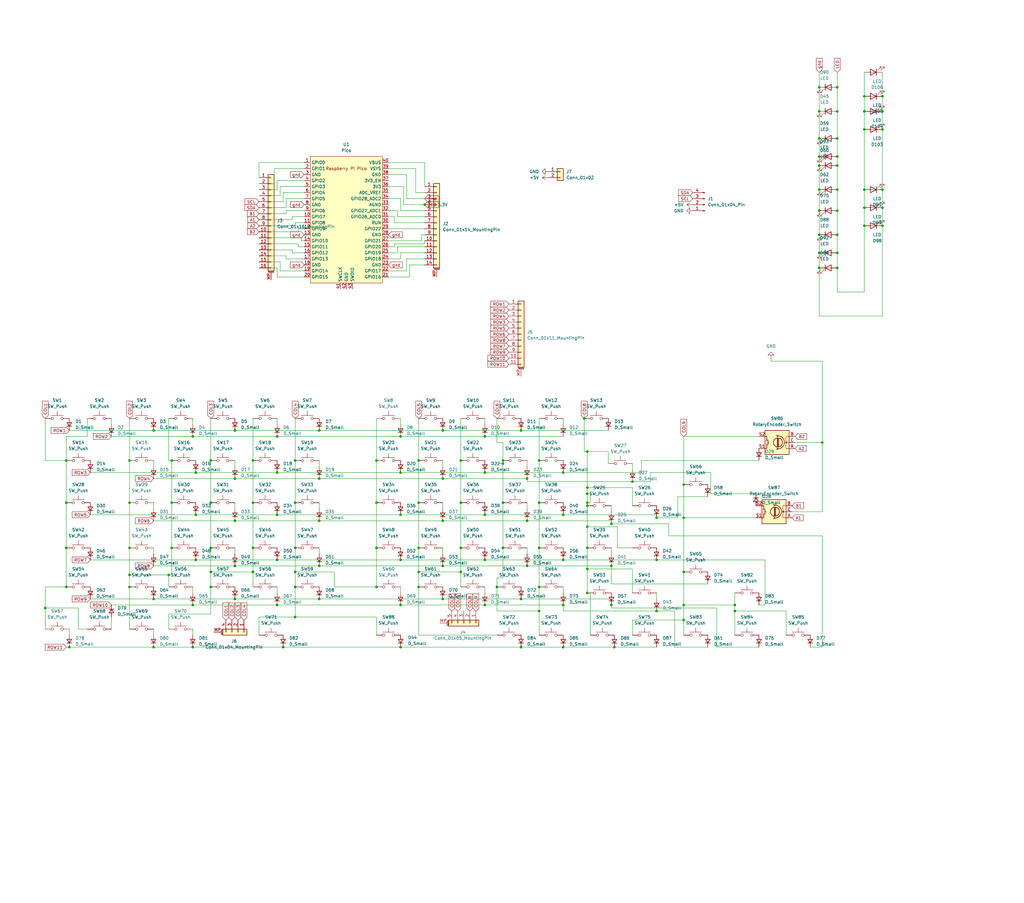
<source format=kicad_sch>
(kicad_sch (version 20231120) (generator "eeschema") (generator_version "8.0")
  (paper "User" 431.8 381)
  (junction (at 247.65 213.36))
  (junction (at 99.06 238.76))
  (junction (at 219.71 252.73))
  (junction (at 353.06 113.03))
  (junction (at 116.84 255.27))
  (junction (at 364.49 46.99))
  (junction (at 247.65 208.28))
  (junction (at 257.81 238.76))
  (junction (at 158.75 212.09))
  (junction (at 27.94 231.14))
  (junction (at 99.06 201.93))
  (junction (at 106.68 194.31))
  (junction (at 134.62 238.76))
  (junction (at 124.46 231.14))
  (junction (at 82.55 236.22))
  (junction (at 88.9 231.14))
  (junction (at 353.06 106.68))
  (junction (at 82.55 199.39))
  (junction (at 372.11 87.63))
  (junction (at 54.61 212.09))
  (junction (at 204.47 217.17))
  (junction (at 219.71 181.61))
  (junction (at 99.06 252.73))
  (junction (at 186.69 252.73))
  (junction (at 176.53 247.65))
  (junction (at 372.11 46.99))
  (junction (at 345.44 88.9))
  (junction (at 266.7 203.2))
  (junction (at 158.75 231.14))
  (junction (at 158.75 194.31))
  (junction (at 179.07 86.36))
  (junction (at 186.69 219.71))
  (junction (at 353.06 99.06))
  (junction (at 353.06 36.83))
  (junction (at 227.33 212.09))
  (junction (at 288.29 241.3))
  (junction (at 168.91 184.15))
  (junction (at 237.49 199.39))
  (junction (at 124.46 212.09))
  (junction (at 124.46 260.35))
  (junction (at 227.33 194.31))
  (junction (at 204.47 199.39))
  (junction (at 134.62 219.71))
  (junction (at 345.44 69.85))
  (junction (at 81.28 255.27))
  (junction (at 288.29 204.47))
  (junction (at 176.53 194.31))
  (junction (at 257.81 220.98))
  (junction (at 176.53 241.3))
  (junction (at 204.47 236.22))
  (junction (at 372.11 40.64))
  (junction (at 64.77 252.73))
  (junction (at 212.09 194.31))
  (junction (at 345.44 113.03))
  (junction (at 345.44 99.06))
  (junction (at 247.65 222.25))
  (junction (at 219.71 273.05))
  (junction (at 247.65 231.14))
  (junction (at 194.31 231.14))
  (junction (at 106.68 241.3))
  (junction (at 116.84 184.15))
  (junction (at 247.65 190.5))
  (junction (at 246.38 176.53))
  (junction (at 27.94 212.09))
  (junction (at 364.49 95.25))
  (junction (at 19.05 256.54))
  (junction (at 134.62 181.61))
  (junction (at 288.29 261.62))
  (junction (at 345.44 36.83))
  (junction (at 247.65 212.09))
  (junction (at 88.9 194.31))
  (junction (at 119.38 273.05))
  (junction (at 176.53 231.14))
  (junction (at 54.61 231.14))
  (junction (at 247.65 205.74))
  (junction (at 168.91 255.27))
  (junction (at 372.11 80.01))
  (junction (at 27.94 194.31))
  (junction (at 353.06 58.42))
  (junction (at 209.55 247.65))
  (junction (at 29.21 273.05))
  (junction (at 247.65 240.03))
  (junction (at 364.49 80.01))
  (junction (at 168.91 273.05))
  (junction (at 204.47 255.27))
  (junction (at 353.06 66.04))
  (junction (at 124.46 194.31))
  (junction (at 194.31 212.09))
  (junction (at 345.44 46.99))
  (junction (at 346.71 186.69))
  (junction (at 259.08 273.05))
  (junction (at 186.69 181.61))
  (junction (at 372.11 95.25))
  (junction (at 81.28 273.05))
  (junction (at 134.62 252.73))
  (junction (at 116.84 217.17))
  (junction (at 168.91 236.22))
  (junction (at 257.81 255.27))
  (junction (at 237.49 217.17))
  (junction (at 222.25 238.76))
  (junction (at 134.62 201.93))
  (junction (at 212.09 231.14))
  (junction (at 176.53 212.09))
  (junction (at 88.9 212.09))
  (junction (at 276.86 236.22))
  (junction (at 168.91 199.39))
  (junction (at 64.77 273.05))
  (junction (at 88.9 241.3))
  (junction (at 237.49 273.05))
  (junction (at 212.09 212.09))
  (junction (at 222.25 201.93))
  (junction (at 99.06 181.61))
  (junction (at 81.28 184.15))
  (junction (at 71.12 242.57))
  (junction (at 88.9 247.65))
  (junction (at 345.44 58.42))
  (junction (at 72.39 194.31))
  (junction (at 158.75 247.65))
  (junction (at 364.49 87.63))
  (junction (at 186.69 238.76))
  (junction (at 72.39 212.09))
  (junction (at 194.31 241.3))
  (junction (at 72.39 231.14))
  (junction (at 276.86 218.44))
  (junction (at 345.44 66.04))
  (junction (at 168.91 217.17))
  (junction (at 124.46 247.65))
  (junction (at 106.68 231.14))
  (junction (at 124.46 241.3))
  (junction (at 237.49 255.27))
  (junction (at 27.94 247.65))
  (junction (at 353.06 46.99))
  (junction (at 309.88 255.27))
  (junction (at 116.84 199.39))
  (junction (at 54.61 247.65))
  (junction (at 64.77 181.61))
  (junction (at 288.29 255.27))
  (junction (at 364.49 54.61))
  (junction (at 345.44 106.68))
  (junction (at 372.11 54.61))
  (junction (at 54.61 242.57))
  (junction (at 227.33 257.81))
  (junction (at 353.06 88.9))
  (junction (at 222.25 219.71))
  (junction (at 212.09 195.58))
  (junction (at 353.06 69.85))
  (junction (at 345.44 80.01))
  (junction (at 99.06 219.71))
  (junction (at 227.33 231.14))
  (junction (at 276.86 257.81))
  (junction (at 353.06 80.01))
  (junction (at 194.31 194.31))
  (junction (at 227.33 247.65))
  (junction (at 237.49 236.22))
  (junction (at 309.88 257.81))
  (junction (at 247.65 250.19))
  (junction (at 106.68 212.09))
  (junction (at 364.49 40.64))
  (junction (at 116.84 236.22))
  (junction (at 288.29 218.44))
  (junction (at 186.69 201.93))
  (junction (at 82.55 217.17))
  (junction (at 204.47 184.15))
  (junction (at 54.61 194.31))
  (wire (pts (xy 318.77 218.44) (xy 288.29 218.44)))
  (wire (pts (xy 125.73 247.65) (xy 124.46 247.65)))
  (wire (pts (xy 285.75 218.44) (xy 276.86 218.44)))
  (wire (pts (xy 168.91 83.82) (xy 163.83 83.82)))
  (wire (pts (xy 118.11 114.3) (xy 128.27 114.3)))
  (wire (pts (xy 325.12 152.4) (xy 325.12 151.13)))
  (wire (pts (xy 212.09 186.69) (xy 209.55 186.69)))
  (wire (pts (xy 166.37 91.44) (xy 163.83 91.44)))
  (wire (pts (xy 99.06 252.73) (xy 134.62 252.73)))
  (wire (pts (xy 29.21 181.61) (xy 64.77 181.61)))
  (wire (pts (xy 186.69 201.93) (xy 222.25 201.93)))
  (wire (pts (xy 222.25 238.76) (xy 257.81 238.76)))
  (wire (pts (xy 320.04 255.27) (xy 322.58 255.27)))
  (wire (pts (xy 288.29 241.3) (xy 288.29 255.27)))
  (wire (pts (xy 168.91 88.9) (xy 168.91 83.82)))
  (wire (pts (xy 246.38 190.5) (xy 246.38 176.53)))
  (wire (pts (xy 109.22 260.35) (xy 124.46 260.35)))
  (wire (pts (xy 288.29 255.27) (xy 288.29 261.62)))
  (wire (pts (xy 109.22 85.09) (xy 119.38 85.09)))
  (wire (pts (xy 120.65 90.17) (xy 120.65 88.9)))
  (wire (pts (xy 247.65 213.36) (xy 247.65 222.25)))
  (wire (pts (xy 27.94 212.09) (xy 27.94 231.14)))
  (wire (pts (xy 179.07 68.58) (xy 163.83 68.58)))
  (wire (pts (xy 219.71 273.05) (xy 237.49 273.05)))
  (wire (pts (xy 116.84 113.03) (xy 116.84 116.84)))
  (wire (pts (xy 204.47 179.07) (xy 204.47 176.53)))
  (wire (pts (xy 106.68 176.53) (xy 106.68 194.31)))
  (wire (pts (xy 109.22 95.25) (xy 124.46 95.25)))
  (wire (pts (xy 109.22 97.79) (xy 125.73 97.79)))
  (wire (pts (xy 33.02 265.43) (xy 33.02 256.54)))
  (wire (pts (xy 38.1 252.73) (xy 64.77 252.73)))
  (wire (pts (xy 38.1 217.17) (xy 82.55 217.17)))
  (wire (pts (xy 175.26 81.28) (xy 175.26 71.12)))
  (wire (pts (xy 335.28 186.69) (xy 346.71 186.69)))
  (wire (pts (xy 99.06 196.85) (xy 99.06 194.31)))
  (wire (pts (xy 123.19 92.71) (xy 123.19 91.44)))
  (wire (pts (xy 222.25 219.71) (xy 257.81 219.71)))
  (wire (pts (xy 364.49 54.61) (xy 364.49 80.01)))
  (wire (pts (xy 109.22 82.55) (xy 118.11 82.55)))
  (wire (pts (xy 124.46 241.3) (xy 124.46 247.65)))
  (wire (pts (xy 99.06 233.68) (xy 99.06 231.14)))
  (wire (pts (xy 120.65 107.95) (xy 120.65 109.22)))
  (wire (pts (xy 81.28 273.05) (xy 119.38 273.05)))
  (wire (pts (xy 364.49 30.48) (xy 364.49 40.64)))
  (wire (pts (xy 134.62 196.85) (xy 134.62 194.31)))
  (wire (pts (xy 99.06 201.93) (xy 134.62 201.93)))
  (wire (pts (xy 36.83 184.15) (xy 27.94 184.15)))
  (wire (pts (xy 353.06 66.04) (xy 353.06 69.85)))
  (wire (pts (xy 168.91 199.39) (xy 204.47 199.39)))
  (wire (pts (xy 346.71 226.06) (xy 281.94 226.06)))
  (wire (pts (xy 309.88 250.19) (xy 309.88 255.27)))
  (wire (pts (xy 247.65 190.5) (xy 247.65 205.74)))
  (wire (pts (xy 115.57 77.47) (xy 115.57 71.12)))
  (wire (pts (xy 353.06 88.9) (xy 353.06 99.06)))
  (wire (pts (xy 38.1 236.22) (xy 82.55 236.22)))
  (wire (pts (xy 109.22 113.03) (xy 116.84 113.03)))
  (wire (pts (xy 106.68 212.09) (xy 106.68 231.14)))
  (wire (pts (xy 166.37 104.14) (xy 166.37 102.87)))
  (wire (pts (xy 116.84 184.15) (xy 168.91 184.15)))
  (wire (pts (xy 227.33 267.97) (xy 227.33 257.81)))
  (wire (pts (xy 345.44 46.99) (xy 345.44 58.42)))
  (wire (pts (xy 334.01 215.9) (xy 346.71 215.9)))
  (wire (pts (xy 167.64 91.44) (xy 167.64 88.9)))
  (wire (pts (xy 88.9 212.09) (xy 88.9 231.14)))
  (wire (pts (xy 166.37 102.87) (xy 179.07 102.87)))
  (wire (pts (xy 320.04 184.15) (xy 288.29 184.15)))
  (wire (pts (xy 204.47 217.17) (xy 237.49 217.17)))
  (wire (pts (xy 274.32 199.39) (xy 274.32 203.2)))
  (wire (pts (xy 106.68 231.14) (xy 106.68 241.3)))
  (wire (pts (xy 158.75 212.09) (xy 158.75 231.14)))
  (wire (pts (xy 345.44 66.04) (xy 345.44 69.85)))
  (wire (pts (xy 19.05 247.65) (xy 27.94 247.65)))
  (wire (pts (xy 266.7 213.36) (xy 266.7 205.74)))
  (wire (pts (xy 19.05 256.54) (xy 19.05 247.65)))
  (wire (pts (xy 106.68 247.65) (xy 106.68 241.3)))
  (wire (pts (xy 257.81 215.9) (xy 257.81 213.36)))
  (wire (pts (xy 299.72 208.28) (xy 299.72 199.39)))
  (wire (pts (xy 64.77 201.93) (xy 99.06 201.93)))
  (wire (pts (xy 116.84 116.84) (xy 128.27 116.84)))
  (wire (pts (xy 209.55 243.84) (xy 209.55 247.65)))
  (wire (pts (xy 179.07 111.76) (xy 172.72 111.76)))
  (wire (pts (xy 372.11 30.48) (xy 372.11 40.64)))
  (wire (pts (xy 212.09 212.09) (xy 212.09 231.14)))
  (wire (pts (xy 168.91 273.05) (xy 219.71 273.05)))
  (wire (pts (xy 346.71 273.05) (xy 346.71 226.06)))
  (wire (pts (xy 115.57 71.12) (xy 128.27 71.12)))
  (wire (pts (xy 140.97 241.3) (xy 124.46 241.3)))
  (wire (pts (xy 46.99 255.27) (xy 81.28 255.27)))
  (wire (pts (xy 204.47 250.19) (xy 204.47 247.65)))
  (wire (pts (xy 134.62 233.68) (xy 134.62 231.14)))
  (wire (pts (xy 256.54 195.58) (xy 256.54 190.5)))
  (wire (pts (xy 285.75 209.55) (xy 285.75 218.44)))
  (wire (pts (xy 125.73 97.79) (xy 125.73 96.52)))
  (wire (pts (xy 158.75 231.14) (xy 158.75 247.65)))
  (wire (pts (xy 109.22 105.41) (xy 123.19 105.41)))
  (wire (pts (xy 322.58 255.27) (xy 322.58 236.22)))
  (wire (pts (xy 298.45 209.55) (xy 285.75 209.55)))
  (wire (pts (xy 179.07 99.06) (xy 177.8 99.06)))
  (wire (pts (xy 194.31 176.53) (xy 194.31 194.31)))
  (wire (pts (xy 116.84 199.39) (xy 168.91 199.39)))
  (wire (pts (xy 372.11 95.25) (xy 372.11 133.35)))
  (wire (pts (xy 176.53 176.53) (xy 176.53 194.31)))
  (wire (pts (xy 175.26 71.12) (xy 163.83 71.12)))
  (wire (pts (xy 71.12 176.53) (xy 71.12 194.31)))
  (wire (pts (xy 176.53 194.31) (xy 176.53 212.09)))
  (wire (pts (xy 257.81 252.73) (xy 257.81 255.27)))
  (wire (pts (xy 170.18 86.36) (xy 170.18 78.74)))
  (wire (pts (xy 27.94 194.31) (xy 27.94 212.09)))
  (wire (pts (xy 158.75 176.53) (xy 158.75 194.31)))
  (wire (pts (xy 320.04 273.05) (xy 302.26 273.05)))
  (wire (pts (xy 237.49 179.07) (xy 237.49 176.53)))
  (wire (pts (xy 353.06 80.01) (xy 353.06 88.9)))
  (wire (pts (xy 179.07 81.28) (xy 175.26 81.28)))
  (wire (pts (xy 64.77 181.61) (xy 99.06 181.61)))
  (wire (pts (xy 179.07 91.44) (xy 167.64 91.44)))
  (wire (pts (xy 266.7 203.2) (xy 222.25 203.2)))
  (wire (pts (xy 266.7 240.03) (xy 247.65 240.03)))
  (wire (pts (xy 274.32 203.2) (xy 266.7 203.2)))
  (wire (pts (xy 353.06 113.03) (xy 353.06 123.19)))
  (wire (pts (xy 353.06 58.42) (xy 353.06 66.04)))
  (wire (pts (xy 345.44 113.03) (xy 345.44 133.35)))
  (wire (pts (xy 54.61 194.31) (xy 54.61 212.09)))
  (wire (pts (xy 123.19 105.41) (xy 123.19 106.68)))
  (wire (pts (xy 109.22 90.17) (xy 120.65 90.17)))
  (wire (pts (xy 257.81 246.38) (xy 257.81 238.76)))
  (wire (pts (xy 248.92 208.28) (xy 247.65 208.28)))
  (wire (pts (xy 64.77 233.68) (xy 64.77 231.14)))
  (wire (pts (xy 248.92 250.19) (xy 247.65 250.19)))
  (wire (pts (xy 64.77 252.73) (xy 99.06 252.73)))
  (wire (pts (xy 186.69 214.63) (xy 186.69 212.09)))
  (wire (pts (xy 364.49 95.25) (xy 364.49 123.19)))
  (wire (pts (xy 88.9 259.08) (xy 88.9 247.65)))
  (wire (pts (xy 266.7 267.97) (xy 266.7 261.62)))
  (wire (pts (xy 322.58 236.22) (xy 276.86 236.22)))
  (wire (pts (xy 177.8 101.6) (xy 163.83 101.6)))
  (wire (pts (xy 36.83 176.53) (xy 36.83 184.15)))
  (wire (pts (xy 256.54 190.5) (xy 247.65 190.5)))
  (wire (pts (xy 71.12 194.31) (xy 72.39 194.31)))
  (wire (pts (xy 46.99 179.07) (xy 46.99 176.53)))
  (wire (pts (xy 134.62 201.93) (xy 186.69 201.93)))
  (wire (pts (xy 257.81 255.27) (xy 257.81 256.54)))
  (wire (pts (xy 247.65 205.74) (xy 247.65 208.28)))
  (wire (pts (xy 125.73 96.52) (xy 128.27 96.52)))
  (wire (pts (xy 372.11 87.63) (xy 372.11 95.25)))
  (wire (pts (xy 318.77 208.28) (xy 299.72 208.28)))
  (wire (pts (xy 177.8 99.06) (xy 177.8 101.6)))
  (wire (pts (xy 222.25 233.68) (xy 222.25 231.14)))
  (wire (pts (xy 212.09 195.58) (xy 212.09 212.09)))
  (wire (pts (xy 204.47 184.15) (xy 237.49 184.15)))
  (wire (pts (xy 116.84 247.65) (xy 116.84 250.19)))
  (wire (pts (xy 118.11 78.74) (xy 128.27 78.74)))
  (wire (pts (xy 71.12 259.08) (xy 88.9 259.08)))
  (wire (pts (xy 248.92 212.09) (xy 248.92 208.28)))
  (wire (pts (xy 194.31 194.31) (xy 194.31 212.09)))
  (wire (pts (xy 116.84 217.17) (xy 168.91 217.17)))
  (wire (pts (xy 212.09 231.14) (xy 212.09 243.84)))
  (wire (pts (xy 71.12 247.65) (xy 71.12 242.57)))
  (wire (pts (xy 372.11 40.64) (xy 372.11 46.99)))
  (wire (pts (xy 227.33 247.65) (xy 227.33 257.81)))
  (wire (pts (xy 227.33 176.53) (xy 227.33 194.31)))
  (wire (pts (xy 186.69 196.85) (xy 186.69 194.31)))
  (wire (pts (xy 54.61 212.09) (xy 54.61 231.14)))
  (wire (pts (xy 54.61 242.57) (xy 54.61 247.65)))
  (wire (pts (xy 170.18 78.74) (xy 163.83 78.74)))
  (wire (pts (xy 171.45 114.3) (xy 163.83 114.3)))
  (wire (pts (xy 302.26 256.54) (xy 257.81 256.54)))
  (wire (pts (xy 179.07 78.74) (xy 179.07 68.58)))
  (wire (pts (xy 118.11 110.49) (xy 118.11 114.3)))
  (wire (pts (xy 257.81 219.71) (xy 257.81 220.98)))
  (wire (pts (xy 119.38 273.05) (xy 168.91 273.05)))
  (wire (pts (xy 364.49 87.63) (xy 364.49 95.25)))
  (wire (pts (xy 36.83 265.43) (xy 33.02 265.43)))
  (wire (pts (xy 209.55 186.69) (xy 209.55 176.53)))
  (wire (pts (xy 54.61 176.53) (xy 54.61 194.31)))
  (wire (pts (xy 172.72 111.76) (xy 172.72 116.84)))
  (wire (pts (xy 237.49 236.22) (xy 276.86 236.22)))
  (wire (pts (xy 364.49 46.99) (xy 364.49 54.61)))
  (wire (pts (xy 171.45 109.22) (xy 171.45 114.3)))
  (wire (pts (xy 209.55 257.81) (xy 209.55 247.65)))
  (wire (pts (xy 119.38 81.28) (xy 128.27 81.28)))
  (wire (pts (xy 204.47 255.27) (xy 237.49 255.27)))
  (wire (pts (xy 247.65 212.09) (xy 247.65 213.36)))
  (wire (pts (xy 227.33 194.31) (xy 227.33 212.09)))
  (wire (pts (xy 364.49 80.01) (xy 364.49 87.63)))
  (wire (pts (xy 119.38 85.09) (xy 119.38 81.28)))
  (wire (pts (xy 353.06 30.48) (xy 353.06 36.83)))
  (wire (pts (xy 140.97 247.65) (xy 140.97 241.3)))
  (wire (pts (xy 270.51 199.39) (xy 237.49 199.39)))
  (wire (pts (xy 88.9 194.31) (xy 88.9 212.09)))
  (wire (pts (xy 186.69 181.61) (xy 219.71 181.61)))
  (wire (pts (xy 284.48 257.81) (xy 276.86 257.81)))
  (wire (pts (xy 281.94 220.98) (xy 257.81 220.98)))
  (wire (pts (xy 288.29 204.47) (xy 288.29 218.44)))
  (wire (pts (xy 27.94 273.05) (xy 29.21 273.05)))
  (wire (pts (xy 81.28 184.15) (xy 116.84 184.15)))
  (wire (pts (xy 64.77 214.63) (xy 64.77 212.09)))
  (wire (pts (xy 288.29 261.62) (xy 288.29 267.97)))
  (wire (pts (xy 194.31 231.14) (xy 194.31 241.3)))
  (wire (pts (xy 179.07 109.22) (xy 171.45 109.22)))
  (wire (pts (xy 345.44 80.01) (xy 345.44 88.9)))
  (wire (pts (xy 209.55 195.58) (xy 212.09 195.58)))
  (wire (pts (xy 204.47 236.22) (xy 237.49 236.22)))
  (wire (pts (xy 345.44 106.68) (xy 345.44 113.03)))
  (wire (pts (xy 109.22 74.93) (xy 109.22 68.58)))
  (wire (pts (xy 179.07 102.87) (xy 179.07 101.6)))
  (wire (pts (xy 168.91 179.07) (xy 168.91 176.53)))
  (wire (pts (xy 194.31 247.65) (xy 194.31 241.3)))
  (wire (pts (xy 168.91 250.19) (xy 168.91 247.65)))
  (wire (pts (xy 99.06 214.63) (xy 99.06 212.09)))
  (wire (pts (xy 341.63 273.05) (xy 346.71 273.05)))
  (wire (pts (xy 276.86 257.81) (xy 237.49 257.81)))
  (wire (pts (xy 54.61 242.57) (xy 71.12 242.57)))
  (wire (pts (xy 345.44 99.06) (xy 345.44 106.68)))
  (wire (pts (xy 72.39 212.09) (xy 72.39 231.14)))
  (wire (pts (xy 109.22 77.47) (xy 115.57 77.47)))
  (wire (pts (xy 106.68 194.31) (xy 106.68 212.09)))
  (wire (pts (xy 54.61 247.65) (xy 54.61 265.43)))
  (wire (pts (xy 186.69 219.71) (xy 222.25 219.71)))
  (wire (pts (xy 288.29 184.15) (xy 288.29 204.47)))
  (wire (pts (xy 186.69 252.73) (xy 219.71 252.73)))
  (wire (pts (xy 46.99 260.35) (xy 46.99 265.43)))
  (wire (pts (xy 124.46 176.53) (xy 124.46 194.31)))
  (wire (pts (xy 247.65 190.5) (xy 246.38 190.5)))
  (wire (pts (xy 124.46 212.09) (xy 124.46 231.14)))
  (wire (pts (xy 345.44 30.48) (xy 345.44 36.83)))
  (wire (pts (xy 266.7 231.14) (xy 260.35 231.14)))
  (wire (pts (xy 372.11 80.01) (xy 372.11 87.63)))
  (wire (pts (xy 109.22 110.49) (xy 118.11 110.49)))
  (wire (pts (xy 266.7 261.62) (xy 288.29 261.62)))
  (wire (pts (xy 171.45 73.66) (xy 163.83 73.66)))
  (wire (pts (xy 345.44 36.83) (xy 345.44 46.99)))
  (wire (pts (xy 353.06 106.68) (xy 353.06 113.03)))
  (wire (pts (xy 88.9 194.31) (xy 88.9 176.53)))
  (wire (pts (xy 134.62 214.63) (xy 134.62 212.09)))
  (wire (pts (xy 171.45 83.82) (xy 171.45 73.66)))
  (wire (pts (xy 71.12 242.57) (xy 72.39 242.57)))
  (wire (pts (xy 171.45 83.82) (xy 179.07 83.82)))
  (wire (pts (xy 158.75 260.35) (xy 158.75 267.97)))
  (wire (pts (xy 33.02 256.54) (xy 19.05 256.54)))
  (wire (pts (xy 116.84 236.22) (xy 168.91 236.22)))
  (wire (pts (xy 222.25 196.85) (xy 222.25 194.31)))
  (wire (pts (xy 158.75 247.65) (xy 140.97 247.65)))
  (wire (pts (xy 276.86 252.73) (xy 276.86 250.19)))
  (wire (pts (xy 372.11 133.35) (xy 345.44 133.35)))
  (wire (pts (xy 247.65 240.03) (xy 247.65 250.19)))
  (wire (pts (xy 320.04 194.31) (xy 270.51 194.31)))
  (wire (pts (xy 116.84 76.2) (xy 128.27 76.2)))
  (wire (pts (xy 72.39 194.31) (xy 72.39 212.09)))
  (wire (pts (xy 81.28 255.27) (xy 116.84 255.27)))
  (wire (pts (xy 167.64 88.9) (xy 163.83 88.9)))
  (wire (pts (xy 298.45 246.38) (xy 257.81 246.38)))
  (wire (pts (xy 109.22 68.58) (xy 128.27 68.58)))
  (wire (pts (xy 364.49 40.64) (xy 364.49 46.99)))
  (wire (pts (xy 99.06 219.71) (xy 134.62 219.71)))
  (wire (pts (xy 167.64 104.14) (xy 167.64 106.68)))
  (wire (pts (xy 247.65 208.28) (xy 247.65 212.09)))
  (wire (pts (xy 222.25 203.2) (xy 222.25 201.93)))
  (wire (pts (xy 64.77 196.85) (xy 64.77 194.31)))
  (wire (pts (xy 299.72 199.39) (xy 274.32 199.39)))
  (wire (pts (xy 212.09 243.84) (xy 209.55 243.84)))
  (wire (pts (xy 99.06 181.61) (xy 134.62 181.61)))
  (wire (pts (xy 38.1 199.39) (xy 82.55 199.39)))
  (wire (pts (xy 54.61 231.14) (xy 54.61 242.57)))
  (wire (pts (xy 257.81 233.68) (xy 257.81 231.14)))
  (wire (pts (xy 309.88 257.81) (xy 309.88 267.97)))
  (wire (pts (xy 81.28 250.19) (xy 81.28 247.65)))
  (wire (pts (xy 88.9 231.14) (xy 88.9 241.3)))
  (wire (pts (xy 237.49 273.05) (xy 259.08 273.05)))
  (wire (pts (xy 345.44 88.9) (xy 345.44 99.06)))
  (wire (pts (xy 124.46 247.65) (xy 124.46 260.35)))
  (wire (pts (xy 82.55 236.22) (xy 116.84 236.22)))
  (wire (pts (xy 281.94 226.06) (xy 281.94 220.98)))
  (wire (pts (xy 212.09 194.31) (xy 212.09 186.69)))
  (wire (pts (xy 345.44 69.85) (xy 345.44 80.01)))
  (wire (pts (xy 163.83 106.68) (xy 167.64 106.68)))
  (wire (pts (xy 246.38 175.26) (xy 246.38 176.53)))
  (wire (pts (xy 134.62 219.71) (xy 186.69 219.71)))
  (wire (pts (xy 247.65 212.09) (xy 248.92 212.09)))
  (wire (pts (xy 72.39 231.14) (xy 72.39 242.57)))
  (wire (pts (xy 266.7 250.19) (xy 266.7 240.03)))
  (wire (pts (xy 179.07 86.36) (xy 170.18 86.36)))
  (wire (pts (xy 345.44 58.42) (xy 345.44 66.04)))
  (wire (pts (xy 227.33 231.14) (xy 227.33 247.65)))
  (wire (pts (xy 64.77 273.05) (xy 81.28 273.05)))
  (wire (pts (xy 179.07 104.14) (xy 167.64 104.14)))
  (wire (pts (xy 124.46 260.35) (xy 158.75 260.35)))
  (wire (pts (xy 19.05 265.43) (xy 19.05 256.54)))
  (wire (pts (xy 237.49 217.17) (xy 276.86 217.17)))
  (wire (pts (xy 123.19 91.44) (xy 128.27 91.44)))
  (wire (pts (xy 125.73 104.14) (xy 128.27 104.14)))
  (wire (pts (xy 29.21 267.97) (xy 29.21 265.43)))
  (wire (pts (xy 125.73 102.87) (xy 125.73 104.14)))
  (wire (pts (xy 168.91 255.27) (xy 204.47 255.27)))
  (wire (pts (xy 353.06 123.19) (xy 364.49 123.19)))
  (wire (pts (xy 194.31 212.09) (xy 194.31 231.14)))
  (wire (pts (xy 88.9 241.3) (xy 106.68 241.3)))
  (wire (pts (xy 186.69 233.68) (xy 186.69 231.14)))
  (wire (pts (xy 71.12 265.43) (xy 71.12 259.08)))
  (wire (pts (xy 259.08 273.05) (xy 276.86 273.05)))
  (wire (pts (xy 99.06 238.76) (xy 134.62 238.76)))
  (wire (pts (xy 27.94 231.14) (xy 27.94 247.65)))
  (wire (pts (xy 172.72 116.84) (xy 163.83 116.84)))
  (wire (pts (xy 168.91 236.22) (xy 204.47 236.22)))
  (wire (pts (xy 248.92 267.97) (xy 248.92 250.19)))
  (wire (pts (xy 309.88 255.27) (xy 309.88 257.81)))
  (wire (pts (xy 288.29 255.27) (xy 309.88 255.27)))
  (wire (pts (xy 276.86 217.17) (xy 276.86 218.44)))
  (wire (pts (xy 109.22 107.95) (xy 120.65 107.95)))
  (wire (pts (xy 82.55 217.17) (xy 116.84 217.17)))
  (wire (pts (xy 81.28 267.97) (xy 81.28 265.43)))
  (wire (pts (xy 270.51 194.31) (xy 270.51 199.39)))
  (wire (pts (xy 237.49 257.81) (xy 237.49 255.27)))
  (wire (pts (xy 29.21 273.05) (xy 64.77 273.05)))
  (wire (pts (xy 237.49 250.19) (xy 237.49 247.65)))
  (wire (pts (xy 109.22 100.33) (xy 127 100.33)))
  (wire (pts (xy 266.7 198.12) (xy 266.7 195.58)))
  (wire (pts (xy 288.29 218.44) (xy 288.29 241.3)))
  (wire (pts (xy 124.46 93.98) (xy 128.27 93.98)))
  (wire (pts (xy 179.07 106.68) (xy 168.91 106.68)))
  (wire (pts (xy 168.91 184.15) (xy 204.47 184.15)))
  (wire (pts (xy 124.46 194.31) (xy 124.46 212.09)))
  (wire (pts (xy 134.62 252.73) (xy 186.69 252.73)))
  (wire (pts (xy 82.55 199.39) (xy 116.84 199.39)))
  (wire (pts (xy 120.65 87.63) (xy 120.65 83.82)))
  (wire (pts (xy 353.06 36.83) (xy 353.06 46.99)))
  (wire (pts (xy 27.94 184.15) (xy 27.94 194.31)))
  (wire (pts (xy 284.48 273.05) (xy 284.48 257.81)))
  (wire (pts (xy 46.99 184.15) (xy 81.28 184.15)))
  (wire (pts (xy 176.53 212.09) (xy 176.53 231.14)))
  (wire (pts (xy 124.46 231.14) (xy 124.46 241.3)))
  (wire (pts (xy 166.37 93.98) (xy 166.37 91.44)))
  (wire (pts (xy 168.91 217.17) (xy 204.47 217.17)))
  (wire (pts (xy 163.83 104.14) (xy 166.37 104.14)))
  (wire (pts (xy 176.53 267.97) (xy 176.53 247.65)))
  (wire (pts (xy 120.65 109.22) (xy 128.27 109.22)))
  (wire (pts (xy 346.71 186.69) (xy 346.71 152.4)))
  (wire (pts (xy 247.65 222.25) (xy 247.65 231.14)))
  (wire (pts (xy 222.25 214.63) (xy 222.25 212.09)))
  (wire (pts (xy 109.22 267.97) (xy 109.22 260.35)))
  (wire (pts (xy 127 101.6) (xy 128.27 101.6)))
  (wire (pts (xy 64.77 219.71) (xy 99.06 219.71)))
  (wire (pts (xy 64.77 267.97) (xy 64.77 265.43)))
  (wire (pts (xy 116.84 179.07) (xy 116.84 176.53)))
  (wire (pts (xy 372.11 46.99) (xy 372.11 54.61)))
  (wire (pts (xy 186.69 238.76) (xy 222.25 238.76)))
  (wire (pts (xy 81.28 179.07) (xy 81.28 176.53)))
  (wire (pts (xy 325.12 152.4) (xy 346.71 152.4)))
  (wire (pts (xy 19.05 176.53) (xy 19.05 194.31)))
  (wire (pts (xy 109.22 87.63) (xy 120.65 87.63)))
  (wire (pts (xy 123.19 106.68) (xy 128.27 106.68)))
  (wire (pts (xy 331.47 267.97) (xy 331.47 257.81)))
  (wire (pts (xy 176.53 231.14) (xy 176.53 241.3)))
  (wire (pts (xy 109.22 80.01) (xy 116.84 80.01)))
  (wire (pts (xy 353.06 46.99) (xy 353.06 58.42)))
  (wire (pts (xy 204.47 199.39) (xy 237.49 199.39)))
  (wire (pts (xy 158.75 194.31) (xy 158.75 212.09)))
  (wire (pts (xy 134.62 238.76) (xy 186.69 238.76)))
  (wire (pts (xy 116.84 255.27) (xy 168.91 255.27)))
  (wire (pts (xy 260.35 231.14) (xy 260.35 222.25)))
  (wire (pts (xy 179.07 88.9) (xy 168.91 88.9)))
  (wire (pts (xy 168.91 109.22) (xy 163.83 109.22)))
  (wire (pts (xy 134.62 181.61) (xy 186.69 181.61)))
  (wire (pts (xy 116.84 80.01) (xy 116.84 76.2)))
  (wire (pts (xy 27.94 194.31) (xy 19.05 194.31)))
  (wire (pts (xy 120.65 83.82) (xy 128.27 83.82)))
  (wire (pts (xy 346.71 186.69) (xy 346.71 215.9)))
  (wire (pts (xy 260.35 222.25) (xy 247.65 222.25)))
  (wire (pts (xy 88.9 241.3) (xy 88.9 247.65)))
  (wire (pts (xy 227.33 212.09) (xy 227.33 231.14)))
  (wire (pts (xy 209.55 267.97) (xy 176.53 267.97)))
  (wire (pts (xy 302.26 273.05) (xy 302.26 256.54)))
  (wire (pts (xy 353.06 69.85) (xy 353.06 80.01)))
  (wire (pts (xy 227.33 257.81) (xy 209.55 257.81)))
  (wire (pts (xy 372.11 54.61) (xy 372.11 80.01)))
  (wire (pts (xy 219.71 252.73) (xy 257.81 252.73)))
  (wire (pts (xy 247.65 231.14) (xy 247.65 240.03)))
  (wire (pts (xy 109.22 92.71) (xy 123.19 92.71)))
  (wire (pts (xy 176.53 241.3) (xy 194.31 241.3)))
  (wire (pts (xy 179.07 93.98) (xy 166.37 93.98)))
  (wire (pts (xy 127 100.33) (xy 127 101.6)))
  (wire (pts (xy 124.46 95.25) (xy 124.46 93.98)))
  (wire (pts (xy 118.11 82.55) (xy 118.11 78.74)))
  (wire (pts (xy 298.45 273.05) (xy 284.48 273.05)))
  (wire (pts (xy 219.71 181.61) (xy 256.54 181.61)))
  (wire (pts (xy 163.83 96.52) (xy 179.07 96.52)))
  (wire (pts (xy 266.7 205.74) (xy 247.65 205.74)))
  (wire (pts (xy 176.53 241.3) (xy 176.53 247.65)))
  (wire (pts (xy 168.91 106.68) (xy 168.91 109.22)))
  (wire (pts (xy 120.65 88.9) (xy 128.27 88.9)))
  (wire (pts (xy 212.09 194.31) (xy 212.09 195.58)))
  (wire (pts (xy 109.22 102.87) (xy 125.73 102.87)))
  (wire (pts (xy 353.06 99.06) (xy 353.06 106.68)))
  (wire (pts (xy 331.47 257.81) (xy 309.88 257.81)))
  (wire (pts (xy 64.77 238.76) (xy 99.06 238.76)))
  (global_label "LED" (shape input) (at 353.06 30.48 90) (property "Intersheetrefs" "${INTERSHEET_REFS}" (effects (hide yes))))
  (global_label "A2" (shape input) (at 335.28 189.23 0) (property "Intersheetrefs" "${INTERSHEET_REFS}" (effects (hide yes))))
  (global_label "COL3" (shape input) (at 100.33 261.62 90) (property "Intersheetrefs" "${INTERSHEET_REFS}" (effects (hide yes))))
  (global_label "gnd" (shape input) (at 163.83 111.76 0) (property "Intersheetrefs" "${INTERSHEET_REFS}" (effects (hide yes))))
  (global_label "A2" (shape input) (at 109.22 95.25 180) (property "Intersheetrefs" "${INTERSHEET_REFS}" (effects (hide yes))))
  (global_label "A1" (shape input) (at 109.22 92.71 180) (property "Intersheetrefs" "${INTERSHEET_REFS}" (effects (hide yes))))
  (global_label "LED" (shape input) (at 179.07 86.36 0) (property "Intersheetrefs" "${INTERSHEET_REFS}" (effects (hide yes))))
  (global_label "COL4" (shape input) (at 124.46 176.53 90) (property "Intersheetrefs" "${INTERSHEET_REFS}" (effects (hide yes))))
  (global_label "ROW11" (shape input) (at 214.63 153.67 180) (property "Intersheetrefs" "${INTERSHEET_REFS}" (effects (hide yes))))
  (global_label "ROW10" (shape input) (at 214.63 151.13 180) (property "Intersheetrefs" "${INTERSHEET_REFS}" (effects (hide yes))))
  (global_label "B2" (shape input) (at 109.22 97.79 180) (property "Intersheetrefs" "${INTERSHEET_REFS}" (effects (hide yes))))
  (global_label "gnd" (shape input) (at 179.07 83.82 0) (property "Intersheetrefs" "${INTERSHEET_REFS}" (effects (hide yes))))
  (global_label "SCL" (shape input) (at 292.1 83.82 180) (property "Intersheetrefs" "${INTERSHEET_REFS}" (effects (hide yes))))
  (global_label "COL5" (shape input) (at 176.53 176.53 90) (property "Intersheetrefs" "${INTERSHEET_REFS}" (effects (hide yes))))
  (global_label "ROW8" (shape input) (at 64.77 238.76 180) (property "Intersheetrefs" "${INTERSHEET_REFS}" (effects (hide yes))))
  (global_label "COL3" (shape input) (at 88.9 176.53 90) (property "Intersheetrefs" "${INTERSHEET_REFS}" (effects (hide yes))))
  (global_label "COL4" (shape input) (at 102.87 261.62 90) (property "Intersheetrefs" "${INTERSHEET_REFS}" (effects (hide yes))))
  (global_label "gnd" (shape input) (at 128.27 73.66 180) (property "Intersheetrefs" "${INTERSHEET_REFS}" (effects (hide yes))))
  (global_label "ROW5" (shape input) (at 214.63 138.43 180) (property "Intersheetrefs" "${INTERSHEET_REFS}" (effects (hide yes))))
  (global_label "ROW7" (shape input) (at 214.63 146.05 180) (property "Intersheetrefs" "${INTERSHEET_REFS}" (effects (hide yes))))
  (global_label "ROW3" (shape input) (at 214.63 135.89 180) (property "Intersheetrefs" "${INTERSHEET_REFS}" (effects (hide yes))))
  (global_label "A1" (shape input) (at 334.01 218.44 0) (property "Intersheetrefs" "${INTERSHEET_REFS}" (effects (hide yes))))
  (global_label "COL9" (shape input) (at 200.66 257.81 90) (property "Intersheetrefs" "${INTERSHEET_REFS}" (effects (hide yes))))
  (global_label "B1" (shape input) (at 109.22 90.17 180) (property "Intersheetrefs" "${INTERSHEET_REFS}" (effects (hide yes))))
  (global_label "ROW11" (shape input) (at 27.94 273.05 180) (property "Intersheetrefs" "${INTERSHEET_REFS}" (effects (hide yes))))
  (global_label "COL1" (shape input) (at 19.05 176.53 90) (property "Intersheetrefs" "${INTERSHEET_REFS}" (effects (hide yes))))
  (global_label "gnd" (shape input) (at 128.27 111.76 180) (property "Intersheetrefs" "${INTERSHEET_REFS}" (effects (hide yes))))
  (global_label "gnd" (shape input) (at 128.27 99.06 180) (property "Intersheetrefs" "${INTERSHEET_REFS}" (effects (hide yes))))
  (global_label "ROW2" (shape input) (at 46.99 184.15 180) (property "Intersheetrefs" "${INTERSHEET_REFS}" (effects (hide yes))))
  (global_label "ROW10" (shape input) (at 46.99 255.27 180) (property "Intersheetrefs" "${INTERSHEET_REFS}" (effects (hide yes))))
  (global_label "ROW6" (shape input) (at 214.63 140.97 180) (property "Intersheetrefs" "${INTERSHEET_REFS}" (effects (hide yes))))
  (global_label "COL6" (shape input) (at 193.04 257.81 90) (property "Intersheetrefs" "${INTERSHEET_REFS}" (effects (hide yes))))
  (global_label "COL2" (shape input) (at 97.79 261.62 90) (property "Intersheetrefs" "${INTERSHEET_REFS}" (effects (hide yes))))
  (global_label "COL5" (shape input) (at 190.5 257.81 90) (property "Intersheetrefs" "${INTERSHEET_REFS}" (effects (hide yes))))
  (global_label "ROW4" (shape input) (at 214.63 133.35 180) (property "Intersheetrefs" "${INTERSHEET_REFS}" (effects (hide yes))))
  (global_label "SDA" (shape input) (at 292.1 81.28 180) (property "Intersheetrefs" "${INTERSHEET_REFS}" (effects (hide yes))))
  (global_label "COL6" (shape input) (at 209.55 176.53 90) (property "Intersheetrefs" "${INTERSHEET_REFS}" (effects (hide yes))))
  (global_label "ROW4" (shape input) (at 64.77 201.93 180) (property "Intersheetrefs" "${INTERSHEET_REFS}" (effects (hide yes))))
  (global_label "ROW8" (shape input) (at 214.63 143.51 180) (property "Intersheetrefs" "${INTERSHEET_REFS}" (effects (hide yes))))
  (global_label "ROW6" (shape input) (at 64.77 219.71 180) (property "Intersheetrefs" "${INTERSHEET_REFS}" (effects (hide yes))))
  (global_label "COL9" (shape input) (at 288.29 184.15 90) (property "Intersheetrefs" "${INTERSHEET_REFS}" (effects (hide yes))))
  (global_label "COL8" (shape input) (at 246.38 176.53 90) (property "Intersheetrefs" "${INTERSHEET_REFS}" (effects (hide yes))))
  (global_label "gnd" (shape input) (at 163.83 99.06 0) (property "Intersheetrefs" "${INTERSHEET_REFS}" (effects (hide yes))))
  (global_label "gnd" (shape input) (at 345.44 30.48 90) (property "Intersheetrefs" "${INTERSHEET_REFS}" (effects (hide yes))))
  (global_label "B1" (shape input) (at 334.01 213.36 0) (property "Intersheetrefs" "${INTERSHEET_REFS}" (effects (hide yes))))
  (global_label "B2" (shape input) (at 335.28 184.15 0) (property "Intersheetrefs" "${INTERSHEET_REFS}" (effects (hide yes))))
  (global_label "gnd" (shape input) (at 128.27 86.36 180) (property "Intersheetrefs" "${INTERSHEET_REFS}" (effects (hide yes))))
  (global_label "ROW3" (shape input) (at 38.1 199.39 180) (property "Intersheetrefs" "${INTERSHEET_REFS}" (effects (hide yes))))
  (global_label "ROW1" (shape input) (at 214.63 128.27 180) (property "Intersheetrefs" "${INTERSHEET_REFS}" (effects (hide yes))))
  (global_label "COL2" (shape input) (at 54.61 176.53 90) (property "Intersheetrefs" "${INTERSHEET_REFS}" (effects (hide yes))))
  (global_label "ROW7" (shape input) (at 38.1 236.22 180) (property "Intersheetrefs" "${INTERSHEET_REFS}" (effects (hide yes))))
  (global_label "ROW5" (shape input) (at 38.1 217.17 180) (property "Intersheetrefs" "${INTERSHEET_REFS}" (effects (hide yes))))
  (global_label "ROW9" (shape input) (at 38.1 252.73 180) (property "Intersheetrefs" "${INTERSHEET_REFS}" (effects (hide yes))))
  (global_label "SCL" (shape input) (at 109.22 85.09 180) (property "Intersheetrefs" "${INTERSHEET_REFS}" (effects (hide yes))))
  (global_label "ROW1" (shape input) (at 29.21 181.61 180) (property "Intersheetrefs" "${INTERSHEET_REFS}" (effects (hide yes))))
  (global_label "COL8" (shape input) (at 198.12 257.81 90) (property "Intersheetrefs" "${INTERSHEET_REFS}" (effects (hide yes))))
  (global_label "ROW9" (shape input) (at 214.63 148.59 180) (property "Intersheetrefs" "${INTERSHEET_REFS}" (effects (hide yes))))
  (global_label "SDA" (shape input) (at 109.22 87.63 180) (property "Intersheetrefs" "${INTERSHEET_REFS}" (effects (hide yes))))
  (global_label "COL1" (shape input) (at 95.25 261.62 90) (property "Intersheetrefs" "${INTERSHEET_REFS}" (effects (hide yes))))
  (global_label "ROW2" (shape input) (at 214.63 130.81 180) (property "Intersheetrefs" "${INTERSHEET_REFS}" (effects (hide yes))))
  (symbol (lib_id "Device:D_Small") (at 298.45 243.84 90) (unit 1)
    (property "Reference" "D74" (at 300.99 242.5699 90) (effects (justify right)))
    (property "Value" "D_Small" (at 300.99 245.1099 90) (effects (justify right)))
    (property "Footprint" "CUSTOM LIBRARY:DIODE-1N4148" (effects (hide yes)))
    (property "Description" "Diode, small symbol" (effects (hide yes)))
    (property "Sim.Device" "D" (effects (hide yes)))
    (property "Sim.Pins" "1=K 2=A" (effects (hide yes)))
  )
  (symbol (lib_id "Switch:SW_Push") (at 271.78 250.19 0) (unit 1)
    (property "Reference" "SW41" (at 271.78 242.57 0))
    (property "Value" "SW_Push" (at 271.78 245.11 0))
    (property "Footprint" "CUSTOM LIBRARY:SW_Cherry_MX_1.00u_PCB" (effects (hide yes)))
    (property "Description" "Push button switch, generic, two pins" (effects (hide yes)))
  )
  (symbol (lib_id "Device:D_Small") (at 64.77 250.19 90) (unit 1)
    (property "Reference" "D64" (at 67.31 248.9199 90) (effects (justify right)))
    (property "Value" "D_Small" (at 67.31 251.4599 90) (effects (justify right)))
    (property "Footprint" "CUSTOM LIBRARY:DIODE-1N4148" (effects (hide yes)))
    (property "Description" "Diode, small symbol" (effects (hide yes)))
    (property "Sim.Device" "D" (effects (hide yes)))
    (property "Sim.Pins" "1=K 2=A" (effects (hide yes)))
  )
  (symbol (lib_id "Switch:SW_Push") (at 33.02 247.65 0) (unit 1)
    (property "Reference" "SW54" (at 33.02 240.03 0))
    (property "Value" "SW_Push" (at 33.02 242.57 0))
    (property "Footprint" "Button_Switch_Keyboard:SW_Cherry_MX_2.00u_PCB" (effects (hide yes)))
    (property "Description" "Push button switch, generic, two pins" (effects (hide yes)))
  )
  (symbol (lib_id "Device:D_Small") (at 320.04 252.73 90) (unit 1)
    (property "Reference" "D83" (at 322.58 251.4599 90) (effects (justify right)))
    (property "Value" "D_Small" (at 322.58 253.9999 90) (effects (justify right)))
    (property "Footprint" "CUSTOM LIBRARY:DIODE-1N4148" (effects (hide yes)))
    (property "Description" "Diode, small symbol" (effects (hide yes)))
    (property "Sim.Device" "D" (effects (hide yes)))
    (property "Sim.Pins" "1=K 2=A" (effects (hide yes)))
  )
  (symbol (lib_id "Switch:SW_Push") (at 232.41 194.31 0) (unit 1)
    (property "Reference" "SW24" (at 232.41 186.69 0))
    (property "Value" "SW_Push" (at 232.41 189.23 0))
    (property "Footprint" "CUSTOM LIBRARY:SW_Cherry_MX_1.00u_PCB" (effects (hide yes)))
    (property "Description" "Push button switch, generic, two pins" (effects (hide yes)))
  )
  (symbol (lib_id "Switch:SW_Push") (at 41.91 265.43 0) (unit 1)
    (property "Reference" "SW68" (at 41.91 257.81 0))
    (property "Value" "SW_Push" (at 41.91 260.35 0))
    (property "Footprint" "CUSTOM LIBRARY:SW_Cherry_MX_1.00u_PCB" (effects (hide yes)))
    (property "Description" "Push button switch, generic, two pins" (effects (hide yes)))
  )
  (symbol (lib_id "Switch:SW_Push") (at 261.62 195.58 0) (unit 1)
    (property "Reference" "SW27" (at 261.62 187.96 0))
    (property "Value" "SW_Push" (at 261.62 190.5 0))
    (property "Footprint" "Button_Switch_Keyboard:SW_Cherry_MX_2.00u_PCB" (effects (hide yes)))
    (property "Description" "Push button switch, generic, two pins" (effects (hide yes)))
  )
  (symbol (lib_id "Device:D_Small") (at 81.28 181.61 90) (unit 1)
    (property "Reference" "D4" (at 83.82 180.3399 90) (effects (justify right)))
    (property "Value" "D_Small" (at 83.82 182.8799 90) (effects (justify right)))
    (property "Footprint" "CUSTOM LIBRARY:DIODE-1N4148" (effects (hide yes)))
    (property "Description" "Diode, small symbol" (effects (hide yes)))
    (property "Sim.Device" "D" (effects (hide yes)))
    (property "Sim.Pins" "1=K 2=A" (effects (hide yes)))
  )
  (symbol (lib_id "Switch:SW_Push") (at 199.39 247.65 0) (unit 1)
    (property "Reference" "SW62" (at 199.39 240.03 0))
    (property "Value" "SW_Push" (at 199.39 242.57 0))
    (property "Footprint" "CUSTOM LIBRARY:SW_Cherry_MX_1.00u_PCB" (effects (hide yes)))
    (property "Description" "Push button switch, generic, two pins" (effects (hide yes)))
  )
  (symbol (lib_id "Switch:SW_Push") (at 252.73 213.36 0) (unit 1)
    (property "Reference" "SW25" (at 252.73 205.74 0))
    (property "Value" "SW_Push" (at 252.73 208.28 0))
    (property "Footprint" "CUSTOM LIBRARY:SW_Cherry_MX_1.00u_PCB" (effects (hide yes)))
    (property "Description" "Push button switch, generic, two pins" (effects (hide yes)))
  )
  (symbol (lib_id "Switch:SW_Push") (at 271.78 213.36 0) (unit 1)
    (property "Reference" "SW26" (at 271.78 205.74 0))
    (property "Value" "SW_Push" (at 271.78 208.28 0))
    (property "Footprint" "CUSTOM LIBRARY:SW_Cherry_MX_1.00u_PCB" (effects (hide yes)))
    (property "Description" "Push button switch, generic, two pins" (effects (hide yes)))
  )
  (symbol (lib_id "Device:D_Small") (at 168.91 181.61 90) (unit 1)
    (property "Reference" "D8" (at 171.45 180.3399 90) (effects (justify right)))
    (property "Value" "D_Small" (at 171.45 182.8799 90) (effects (justify right)))
    (property "Footprint" "CUSTOM LIBRARY:DIODE-1N4148" (effects (hide yes)))
    (property "Description" "Diode, small symbol" (effects (hide yes)))
    (property "Sim.Device" "D" (effects (hide yes)))
    (property "Sim.Pins" "1=K 2=A" (effects (hide yes)))
  )
  (symbol (lib_id "Switch:SW_Push") (at 214.63 247.65 0) (unit 1)
    (property "Reference" "SW63" (at 214.63 240.03 0))
    (property "Value" "SW_Push" (at 214.63 242.57 0))
    (property "Footprint" "CUSTOM LIBRARY:SW_Cherry_MX_1.00u_PCB" (effects (hide yes)))
    (property "Description" "Push button switch, generic, two pins" (effects (hide yes)))
  )
  (symbol (lib_id "Switch:SW_Push") (at 33.02 212.09 0) (unit 1)
    (property "Reference" "SW28" (at 33.02 204.47 0))
    (property "Value" "SW_Push" (at 33.02 207.01 0))
    (property "Footprint" "Button_Switch_Keyboard:SW_Cherry_MX_2.00u_PCB" (effects (hide yes)))
    (property "Description" "Push button switch, generic, two pins" (effects (hide yes)))
  )
  (symbol (lib_id "Device:D_Small") (at 168.91 233.68 90) (unit 1)
    (property "Reference" "D52" (at 171.45 232.4099 90) (effects (justify right)))
    (property "Value" "D_Small" (at 171.45 234.9499 90) (effects (justify right)))
    (property "Footprint" "CUSTOM LIBRARY:DIODE-1N4148" (effects (hide yes)))
    (property "Description" "Diode, small symbol" (effects (hide yes)))
    (property "Sim.Device" "D" (effects (hide yes)))
    (property "Sim.Pins" "1=K 2=A" (effects (hide yes)))
  )
  (symbol (lib_id "Switch:SW_Push") (at 293.37 204.47 0) (unit 1)
    (property "Reference" "SW66" (at 293.37 196.85 0))
    (property "Value" "SW_Push" (at 293.37 199.39 0))
    (property "Footprint" "Button_Switch_Keyboard:SW_Cherry_MX_2.00u_PCB" (effects (hide yes)))
    (property "Description" "Push button switch, generic, two pins" (effects (hide yes)))
  )
  (symbol (lib_id "Device:D_Small") (at 38.1 250.19 90) (unit 1)
    (property "Reference" "D63" (at 40.64 248.9199 90) (effects (justify right)))
    (property "Value" "D_Small" (at 40.64 251.4599 90) (effects (justify right)))
    (property "Footprint" "CUSTOM LIBRARY:DIODE-1N4148" (effects (hide yes)))
    (property "Description" "Diode, small symbol" (effects (hide yes)))
    (property "Sim.Device" "D" (effects (hide yes)))
    (property "Sim.Pins" "1=K 2=A" (effects (hide yes)))
  )
  (symbol (lib_id "Device:D_Small") (at 116.84 196.85 90) (unit 1)
    (property "Reference" "D18" (at 119.38 195.5799 90) (effects (justify right)))
    (property "Value" "D_Small" (at 119.38 198.1199 90) (effects (justify right)))
    (property "Footprint" "CUSTOM LIBRARY:DIODE-1N4148" (effects (hide yes)))
    (property "Description" "Diode, small symbol" (effects (hide yes)))
    (property "Sim.Device" "D" (effects (hide yes)))
    (property "Sim.Pins" "1=K 2=A" (effects (hide yes)))
  )
  (symbol (lib_id "Switch:SW_Push") (at 181.61 247.65 0) (unit 1)
    (property "Reference" "SW61" (at 181.61 240.03 0))
    (property "Value" "SW_Push" (at 181.61 242.57 0))
    (property "Footprint" "CUSTOM LIBRARY:SW_Cherry_MX_1.00u_PCB" (effects (hide yes)))
    (property "Description" "Push button switch, generic, two pins" (effects (hide yes)))
  )
  (symbol (lib_id "Switch:SW_Push") (at 271.78 267.97 0) (unit 1)
    (property "Reference" "SW75" (at 271.78 260.35 0))
    (property "Value" "SW_Push" (at 271.78 262.89 0))
    (property "Footprint" "CUSTOM LIBRARY:SW_Cherry_MX_1.00u_PCB" (effects (hide yes)))
    (property "Description" "Push button switch, generic, two pins" (effects (hide yes)))
  )
  (symbol (lib_id "Device:LED") (at 368.3 87.63 180) (unit 1)
    (property "Reference" "D99" (at 369.8875 93.98 0))
    (property "Value" "LED" (at 369.8875 91.44 0))
    (property "Footprint" "LED_THT:LED_D5.0mm" (effects (hide yes)))
    (property "Description" "Light emitting diode" (effects (hide yes)))
  )
  (symbol (lib_id "Device:D_Small") (at 237.49 214.63 90) (unit 1)
    (property "Reference" "D40" (at 240.03 213.3599 90) (effects (justify right)))
    (property "Value" "D_Small" (at 240.03 215.8999 90) (effects (justify right)))
    (property "Footprint" "CUSTOM LIBRARY:DIODE-1N4148" (effects (hide yes)))
    (property "Description" "Diode, small symbol" (effects (hide yes)))
    (property "Sim.Device" "D" (effects (hide yes)))
    (property "Sim.Pins" "1=K 2=A" (effects (hide yes)))
  )
  (symbol (lib_id "Device:D_Small") (at 219.71 250.19 90) (unit 1)
    (property "Reference" "D72" (at 222.25 248.9199 90) (effects (justify right)))
    (property "Value" "D_Small" (at 222.25 251.4599 90) (effects (justify right)))
    (property "Footprint" "CUSTOM LIBRARY:DIODE-1N4148" (effects (hide yes)))
    (property "Description" "Diode, small symbol" (effects (hide yes)))
    (property "Sim.Device" "D" (effects (hide yes)))
    (property "Sim.Pins" "1=K 2=A" (effects (hide yes)))
  )
  (symbol (lib_id "Switch:SW_Push") (at 111.76 176.53 0) (unit 1)
    (property "Reference" "SW6" (at 111.76 168.91 0))
    (property "Value" "SW_Push" (at 111.76 171.45 0))
    (property "Footprint" "CUSTOM LIBRARY:SW_Cherry_MX_1.00u_PCB" (effects (hide yes)))
    (property "Description" "Push button switch, generic, two pins" (effects (hide yes)))
  )
  (symbol (lib_id "Device:D_Small") (at 81.28 270.51 90) (unit 1)
    (property "Reference" "D81" (at 83.82 269.2399 90) (effects (justify right)))
    (property "Value" "D_Small" (at 83.82 271.7799 90) (effects (justify right)))
    (property "Footprint" "CUSTOM LIBRARY:DIODE-1N4148" (effects (hide yes)))
    (property "Description" "Diode, small symbol" (effects (hide yes)))
    (property "Sim.Device" "D" (effects (hide yes)))
    (property "Sim.Pins" "1=K 2=A" (effects (hide yes)))
  )
  (symbol (lib_id "Switch:SW_Push") (at 181.61 176.53 0) (unit 1)
    (property "Reference" "SW9" (at 181.61 168.91 0))
    (property "Value" "SW_Push" (at 181.61 171.45 0))
    (property "Footprint" "CUSTOM LIBRARY:SW_Cherry_MX_1.00u_PCB" (effects (hide yes)))
    (property "Description" "Push button switch, generic, two pins" (effects (hide yes)))
  )
  (symbol (lib_id "Device:LED") (at 349.25 106.68 0) (unit 1)
    (property "Reference" "D92" (at 347.6625 100.33 0))
    (property "Value" "LED" (at 347.6625 102.87 0))
    (property "Footprint" "LED_THT:LED_D5.0mm" (effects (hide yes)))
    (property "Description" "Light emitting diode" (effects (hide yes)))
  )
  (symbol (lib_id "Switch:SW_Push") (at 214.63 267.97 0) (unit 1)
    (property "Reference" "SW72" (at 214.63 260.35 0))
    (property "Value" "SW_Push" (at 214.63 262.89 0))
    (property "Footprint" "CUSTOM LIBRARY:SW_Cherry_MX_1.00u_PCB" (effects (hide yes)))
    (property "Description" "Push button switch, generic, two pins" (effects (hide yes)))
  )
  (symbol (lib_id "Switch:SW_Push") (at 111.76 247.65 0) (unit 1)
    (property "Reference" "SW58" (at 111.76 240.03 0))
    (property "Value" "SW_Push" (at 111.76 242.57 0))
    (property "Footprint" "CUSTOM LIBRARY:SW_Cherry_MX_1.00u_PCB" (effects (hide yes)))
    (property "Description" "Push button switch, generic, two pins" (effects (hide yes)))
  )
  (symbol (lib_id "Switch:SW_Push") (at 254 267.97 0) (unit 1)
    (property "Reference" "SW74" (at 254 260.35 0))
    (property "Value" "SW_Push" (at 254 262.89 0))
    (property "Footprint" "CUSTOM LIBRARY:SW_Cherry_MX_1.00u_PCB" (effects (hide yes)))
    (property "Description" "Push button switch, generic, two pins" (effects (hide yes)))
  )
  (symbol (lib_id "Device:D_Small") (at 204.47 196.85 90) (unit 1)
    (property "Reference" "D22" (at 207.01 195.5799 90) (effects (justify right)))
    (property "Value" "D_Small" (at 207.01 198.1199 90) (effects (justify right)))
    (property "Footprint" "CUSTOM LIBRARY:DIODE-1N4148" (effects (hide yes)))
    (property "Description" "Diode, small symbol" (effects (hide yes)))
    (property "Sim.Device" "D" (effects (hide yes)))
    (property "Sim.Pins" "1=K 2=A" (effects (hide yes)))
  )
  (symbol (lib_id "Switch:SW_Push") (at 93.98 247.65 0) (unit 1)
    (property "Reference" "SW57" (at 93.98 240.03 0))
    (property "Value" "SW_Push" (at 93.98 242.57 0))
    (property "Footprint" "CUSTOM LIBRARY:SW_Cherry_MX_1.00u_PCB" (effects (hide yes)))
    (property "Description" "Push button switch, generic, two pins" (effects (hide yes)))
  )
  (symbol (lib_id "Switch:SW_Push") (at 181.61 231.14 0) (unit 1)
    (property "Reference" "SW49" (at 181.61 223.52 0))
    (property "Value" "SW_Push" (at 181.61 226.06 0))
    (property "Footprint" "CUSTOM LIBRARY:SW_Cherry_MX_1.00u_PCB" (effects (hide yes)))
    (property "Description" "Push button switch, generic, two pins" (effects (hide yes)))
  )
  (symbol (lib_id "Device:D_Small") (at 257.81 218.44 90) (unit 1)
    (property "Reference" "D25" (at 260.35 217.1699 90) (effects (justify right)))
    (property "Value" "D_Small" (at 260.35 219.7099 90) (effects (justify right)))
    (property "Footprint" "CUSTOM LIBRARY:DIODE-1N4148" (effects (hide yes)))
    (property "Description" "Diode, small symbol" (effects (hide yes)))
    (property "Sim.Device" "D" (effects (hide yes)))
    (property "Sim.Pins" "1=K 2=A" (effects (hide yes)))
  )
  (symbol (lib_id "Device:LED") (at 349.25 36.83 0) (unit 1)
    (property "Reference" "D90" (at 347.6625 30.48 0))
    (property "Value" "LED" (at 347.6625 33.02 0))
    (property "Footprint" "LED_THT:LED_D5.0mm" (effects (hide yes)))
    (property "Description" "Light emitting diode" (effects (hide yes)))
  )
  (symbol (lib_id "Switch:SW_Push") (at 24.13 265.43 0) (unit 1)
    (property "Reference" "SW67" (at 24.13 257.81 0))
    (property "Value" "SW_Push" (at 24.13 260.35 0))
    (property "Footprint" "CUSTOM LIBRARY:SW_Cherry_MX_1.00u_PCB" (effects (hide yes)))
    (property "Description" "Push button switch, generic, two pins" (effects (hide yes)))
  )
  (symbol (lib_id "Device:LED") (at 368.3 46.99 180) (unit 1)
    (property "Reference" "D104" (at 369.8875 53.34 0))
    (property "Value" "LED" (at 369.8875 50.8 0))
    (property "Footprint" "LED_THT:LED_D5.0mm" (effects (hide yes)))
    (property "Description" "Light emitting diode" (effects (hide yes)))
  )
  (symbol (lib_id "Switch:SW_Push") (at 77.47 212.09 0) (unit 1)
    (property "Reference" "SW30" (at 77.47 204.47 0))
    (property "Value" "SW_Push" (at 77.47 207.01 0))
    (property "Footprint" "CUSTOM LIBRARY:SW_Cherry_MX_1.00u_PCB" (effects (hide yes)))
    (property "Description" "Push button switch, generic, two pins" (effects (hide yes)))
  )
  (symbol (lib_id "Device:D_Small") (at 168.91 252.73 90) (unit 1)
    (property "Reference" "D69" (at 171.45 251.4599 90) (effects (justify right)))
    (property "Value" "D_Small" (at 171.45 253.9999 90) (effects (justify right)))
    (property "Footprint" "CUSTOM LIBRARY:DIODE-1N4148" (effects (hide yes)))
    (property "Description" "Diode, small symbol" (effects (hide yes)))
    (property "Sim.Device" "D" (effects (hide yes)))
    (property "Sim.Pins" "1=K 2=A" (effects (hide yes)))
  )
  (symbol (lib_id "Switch:SW_Push") (at 59.69 265.43 0) (unit 1)
    (property "Reference" "SW69" (at 59.69 257.81 0))
    (property "Value" "SW_Push" (at 59.69 260.35 0))
    (property "Footprint" "CUSTOM LIBRARY:SW_Cherry_MX_1.00u_PCB" (effects (hide yes)))
    (property "Description" "Push button switch, generic, two pins" (effects (hide yes)))
  )
  (symbol (lib_id "Device:D_Small") (at 134.62 250.19 90) (unit 1)
    (property "Reference" "D68" (at 137.16 248.9199 90) (effects (justify right)))
    (property "Value" "D_Small" (at 137.16 251.4599 90) (effects (justify right)))
    (property "Footprint" "CUSTOM LIBRARY:DIODE-1N4148" (effects (hide yes)))
    (property "Description" "Diode, small symbol" (effects (hide yes)))
    (property "Sim.Device" "D" (effects (hide yes)))
    (property "Sim.Pins" "1=K 2=A" (effects (hide yes)))
  )
  (symbol (lib_id "Device:D_Small") (at 134.62 199.39 90) (unit 1)
    (property "Reference" "D19" (at 137.16 198.1199 90) (effects (justify right)))
    (property "Value" "D_Small" (at 137.16 200.6599 90) (effects (justify right)))
    (property "Footprint" "CUSTOM LIBRARY:DIODE-1N4148" (effects (hide yes)))
    (property "Description" "Diode, small symbol" (effects (hide yes)))
    (property "Sim.Device" "D" (effects (hide yes)))
    (property "Sim.Pins" "1=K 2=A" (effects (hide yes)))
  )
  (symbol (lib_id "Device:D_Small") (at 46.99 181.61 90) (unit 1)
    (property "Reference" "D2" (at 49.53 180.3399 90) (effects (justify right)))
    (property "Value" "D_Small" (at 49.53 182.8799 90) (effects (justify right)))
    (property "Footprint" "CUSTOM LIBRARY:DIODE-1N4148" (effects (hide yes)))
    (property "Description" "Diode, small symbol" (effects (hide yes)))
    (property "Sim.Device" "D" (effects (hide yes)))
    (property "Sim.Pins" "1=K 2=A" (effects (hide yes)))
  )
  (symbol (lib_id "Device:LED") (at 349.25 66.04 0) (unit 1)
    (property "Reference" "D93" (at 347.6625 59.69 0))
    (property "Value" "LED" (at 347.6625 62.23 0))
    (property "Footprint" "LED_THT:LED_D5.0mm" (effects (hide yes)))
    (property "Description" "Light emitting diode" (effects (hide yes)))
  )
  (symbol (lib_id "Device:D_Small") (at 99.06 217.17 90) (unit 1)
    (property "Reference" "D33" (at 101.6 215.8999 90) (effects (justify right)))
    (property "Value" "D_Small" (at 101.6 218.4399 90) (effects (justify right)))
    (property "Footprint" "CUSTOM LIBRARY:DIODE-1N4148" (effects (hide yes)))
    (property "Description" "Diode, small symbol" (effects (hide yes)))
    (property "Sim.Device" "D" (effects (hide yes)))
    (property "Sim.Pins" "1=K 2=A" (effects (hide yes)))
  )
  (symbol (lib_id "Device:D_Small") (at 168.91 270.51 90) (unit 1)
    (property "Reference" "D44" (at 171.958 268.986 90) (effects (justify right)))
    (property "Value" "D_Small" (at 171.958 271.526 90) (effects (justify right)))
    (property "Footprint" "CUSTOM LIBRARY:DIODE-1N4148" (effects (hide yes)))
    (property "Description" "Diode, small symbol" (effects (hide yes)))
    (property "Sim.Device" "D" (effects (hide yes)))
    (property "Sim.Pins" "1=K 2=A" (effects (hide yes)))
  )
  (symbol (lib_id "Switch:SW_Push") (at 163.83 247.65 0) (unit 1)
    (property "Reference" "SW60" (at 163.83 240.03 0))
    (property "Value" "SW_Push" (at 163.83 242.57 0))
    (property "Footprint" "CUSTOM LIBRARY:SW_Cherry_MX_1.00u_PCB" (effects (hide yes)))
    (property "Description" "Push button switch, generic, two pins" (effects (hide yes)))
  )
  (symbol (lib_id "Device:D_Small") (at 237.49 233.68 90) (unit 1)
    (property "Reference" "D56" (at 240.03 232.4099 90) (effects (justify right)))
    (property "Value" "D_Small" (at 240.03 234.9499 90) (effects (justify right)))
    (property "Footprint" "CUSTOM LIBRARY:DIODE-1N4148" (effects (hide yes)))
    (property "Description" "Diode, small symbol" (effects (hide yes)))
    (property "Sim.Device" "D" (effects (hide yes)))
    (property "Sim.Pins" "1=K 2=A" (effects (hide yes)))
  )
  (symbol (lib_id "Device:D_Small") (at 237.49 270.51 90) (unit 1)
    (property "Reference" "D85" (at 240.03 269.2399 90) (effects (justify right)))
    (property "Value" "D_Small" (at 240.03 271.7799 90) (effects (justify right)))
    (property "Footprint" "CUSTOM LIBRARY:DIODE-1N4148" (effects (hide yes)))
    (property "Description" "Diode, small symbol" (effects (hide yes)))
    (property "Sim.Device" "D" (effects (hide yes)))
    (property "Sim.Pins" "1=K 2=A" (effects (hide yes)))
  )
  (symbol (lib_id "Connector_Generic:Conn_01x02") (at 236.22 72.39 0) (unit 1)
    (property "Reference" "J7" (at 238.76 72.3899 0) (effects (justify left)))
    (property "Value" "Conn_01x02" (at 238.76 74.9299 0) (effects (justify left)))
    (property "Footprint" "Connector_PinSocket_2.54mm:PinSocket_1x02_P2.54mm_Vertical" (effects (hide yes)))
    (property "Description" "Generic connector, single row, 01x02, script generated (kicad-library-utils/schlib/autogen/connector/)" (effects (hide yes)))
  )
  (symbol (lib_id "Switch:SW_Push") (at 59.69 194.31 0) (unit 1)
    (property "Reference" "SW15" (at 59.69 186.69 0))
    (property "Value" "SW_Push" (at 59.69 189.23 0))
    (property "Footprint" "CUSTOM LIBRARY:SW_Cherry_MX_1.00u_PCB" (effects (hide yes)))
    (property "Description" "Push button switch, generic, two pins" (effects (hide yes)))
  )
  (symbol (lib_id "Switch:SW_Push") (at 33.02 231.14 0) (unit 1)
    (property "Reference" "SW42" (at 33.02 223.52 0))
    (property "Value" "SW_Push" (at 33.02 226.06 0))
    (property "Footprint" "Button_Switch_Keyboard:SW_Cherry_MX_2.00u_PCB" (effects (hide yes)))
    (property "Description" "Push button switch, generic, two pins" (effects (hide yes)))
  )
  (symbol (lib_id "Device:D_Small") (at 320.04 270.51 90) (unit 1)
    (property "Reference" "D76" (at 322.58 269.2399 90) (effects (justify right)))
    (property "Value" "D_Small" (at 322.58 271.7799 90) (effects (justify right)))
    (property "Footprint" "CUSTOM LIBRARY:DIODE-1N4148" (effects (hide yes)))
    (property "Description" "Diode, small symbol" (effects (hide yes)))
    (property "Sim.Device" "D" (effects (hide yes)))
    (property "Sim.Pins" "1=K 2=A" (effects (hide yes)))
  )
  (symbol (lib_id "Switch:SW_Push") (at 41.91 176.53 0) (unit 1)
    (property "Reference" "SW2" (at 41.91 168.91 0))
    (property "Value" "SW_Push" (at 41.91 171.45 0))
    (property "Footprint" "CUSTOM LIBRARY:SW_Cherry_MX_1.00u_PCB" (effects (hide yes)))
    (property "Description" "Push button switch, generic, two pins" (effects (hide yes)))
  )
  (symbol (lib_id "Switch:SW_Push") (at 336.55 267.97 0) (unit 1)
    (property "Reference" "SW85" (at 336.55 260.35 0))
    (property "Value" "SW_Push" (at 336.55 262.89 0))
    (property "Footprint" "CUSTOM LIBRARY:SW_Cherry_MX_1.00u_PCB" (effects (hide yes)))
    (property "Description" "Push button switch, generic, two pins" (effects (hide yes)))
  )
  (symbol (lib_id "Device:LED") (at 368.3 40.64 180) (unit 1)
    (property "Reference" "D105" (at 369.8875 46.99 0))
    (property "Value" "LED" (at 369.8875 44.45 0))
    (property "Footprint" "LED_THT:LED_D5.0mm" (effects (hide yes)))
    (property "Description" "Light emitting diode" (effects (hide yes)))
  )
  (symbol (lib_id "Switch:SW_Push") (at 76.2 247.65 0) (unit 1)
    (property "Reference" "SW56" (at 76.2 240.03 0))
    (property "Value" "SW_Push" (at 76.2 242.57 0))
    (property "Footprint" "CUSTOM LIBRARY:SW_Cherry_MX_1.00u_PCB" (effects (hide yes)))
    (property "Description" "Push button switch, generic, two pins" (effects (hide yes)))
  )
  (symbol (lib_id "Device:D_Small") (at 64.77 236.22 90) (unit 1)
    (property "Reference" "D47" (at 67.31 234.9499 90) (effects (justify right)))
    (property "Value" "D_Small" (at 67.31 237.4899 90) (effects (justify right)))
    (property "Footprint" "CUSTOM LIBRARY:DIODE-1N4148" (effects (hide yes)))
    (property "Description" "Diode, small symbol" (effects (hide yes)))
    (property "Sim.Device" "D" (effects (hide yes)))
    (property "Sim.Pins" "1=K 2=A" (effects (hide yes)))
  )
  (symbol (lib_id "Switch:SW_Push") (at 129.54 194.31 0) (unit 1)
    (property "Reference" "SW19" (at 129.54 186.69 0))
    (property "Value" "SW_Push" (at 129.54 189.23 0))
    (property "Footprint" "CUSTOM LIBRARY:SW_Cherry_MX_1.00u_PCB" (effects (hide yes)))
    (property "Description" "Push button switch, generic, two pins" (effects (hide yes)))
  )
  (symbol (lib_id "MCU_RaspberryPi_and_Boards:Pico") (at 146.05 92.71 0) (unit 1)
    (property "Reference" "U1" (at 146.05 60.96 0))
    (property "Value" "Pico" (at 146.05 63.5 0))
    (property "Footprint" "CUSTOM LIBRARY:RPi_Pico_SMD_TH" (effects (hide yes)))
  )
  (symbol (lib_id "Device:D_Small") (at 276.86 270.51 90) (unit 1)
    (property "Reference" "D87" (at 279.4 269.2399 90) (effects (justify right)))
    (property "Value" "D_Small" (at 279.4 271.7799 90) (effects (justify right)))
    (property "Footprint" "CUSTOM LIBRARY:DIODE-1N4148" (effects (hide yes)))
    (property "Description" "Diode, small symbol" (effects (hide yes)))
    (property "Sim.Device" "D" (effects (hide yes)))
    (property "Sim.Pins" "1=K 2=A" (effects (hide yes)))
  )
  (symbol (lib_id "Switch:SW_Push") (at 163.83 176.53 0) (unit 1)
    (property "Reference" "SW8" (at 163.83 168.91 0))
    (property "Value" "SW_Push" (at 163.83 171.45 0))
    (property "Footprint" "CUSTOM LIBRARY:SW_Cherry_MX_1.00u_PCB" (effects (hide yes)))
    (property "Description" "Push button switch, generic, two pins" (effects (hide yes)))
  )
  (symbol (lib_id "Switch:SW_Push") (at 76.2 176.53 0) (unit 1)
    (property "Reference" "SW4" (at 76.2 168.91 0))
    (property "Value" "SW_Push" (at 76.2 171.45 0))
    (property "Footprint" "CUSTOM LIBRARY:SW_Cherry_MX_1.00u_PCB" (effects (hide yes)))
    (property "Description" "Push button switch, generic, two pins" (effects (hide yes)))
  )
  (symbol (lib_id "power:GND") (at 292.1 88.9 270) (unit 1)
    (property "Reference" "#PWR01" (effects (hide yes)))
    (property "Value" "GND" (at 288.29 88.8999 90) (effects (justify right)))
    (property "Description" "Power symbol creates a global label with name \"GND\" , ground" (effects (hide yes)))
  )
  (symbol (lib_id "Device:D_Small") (at 116.84 181.61 90) (unit 1)
    (property "Reference" "D6" (at 119.38 180.3399 90) (effects (justify right)))
    (property "Value" "D_Small" (at 119.38 182.8799 90) (effects (justify right)))
    (property "Footprint" "CUSTOM LIBRARY:DIODE-1N4148" (effects (hide yes)))
    (property "Description" "Diode, small symbol" (effects (hide yes)))
    (property "Sim.Device" "D" (effects (hide yes)))
    (property "Sim.Pins" "1=K 2=A" (effects (hide yes)))
  )
  (symbol (lib_id "Device:D_Small") (at 64.77 270.51 90) (unit 1)
    (property "Reference" "D80" (at 67.31 269.2399 90) (effects (justify right)))
    (property "Value" "D_Small" (at 67.31 271.7799 90) (effects (justify right)))
    (property "Footprint" "CUSTOM LIBRARY:DIODE-1N4148" (effects (hide yes)))
    (property "Description" "Diode, small symbol" (effects (hide yes)))
    (property "Sim.Device" "D" (effects (hide yes)))
    (property "Sim.Pins" "1=K 2=A" (effects (hide yes)))
  )
  (symbol (lib_id "Device:D_Small") (at 256.54 179.07 90) (unit 1)
    (property "Reference" "D13" (at 259.08 177.7999 90) (effects (justify right)))
    (property "Value" "D_Small" (at 259.08 180.3399 90) (effects (justify right)))
    (property "Footprint" "CUSTOM LIBRARY:DIODE-1N4148" (effects (hide yes)))
    (property "Description" "Diode, small symbol" (effects (hide yes)))
    (property "Sim.Device" "D" (effects (hide yes)))
    (property "Sim.Pins" "1=K 2=A" (effects (hide yes)))
  )
  (symbol (lib_id "Switch:SW_Push") (at 59.69 231.14 0) (unit 1)
    (property "Reference" "SW43" (at 59.69 223.52 0))
    (property "Value" "SW_Push" (at 59.69 226.06 0))
    (property "Footprint" "CUSTOM LIBRARY:SW_Cherry_MX_1.00u_PCB" (effects (hide yes)))
    (property "Description" "Push button switch, generic, two pins" (effects (hide yes)))
  )
  (symbol (lib_id "Device:D_Small") (at 276.86 255.27 90) (unit 1)
    (property "Reference" "D43" (at 279.4 253.9999 90) (effects (justify right)))
    (property "Value" "D_Small" (at 279.4 256.5399 90) (effects (justify right)))
    (property "Footprint" "CUSTOM LIBRARY:DIODE-1N4148" (effects (hide yes)))
    (property "Description" "Diode, small symbol" (effects (hide yes)))
    (property "Sim.Device" "D" (effects (hide yes)))
    (property "Sim.Pins" "1=K 2=A" (effects (hide yes)))
  )
  (symbol (lib_id "Device:D_Small") (at 219.71 179.07 90) (unit 1)
    (property "Reference" "D11" (at 222.25 177.7999 90) (effects (justify right)))
    (property "Value" "D_Small" (at 222.25 180.3399 90) (effects (justify right)))
    (property "Footprint" "CUSTOM LIBRARY:DIODE-1N4148" (effects (hide yes)))
    (property "Description" "Diode, small symbol" (effects (hide yes)))
    (property "Sim.Device" "D" (effects (hide yes)))
    (property "Sim.Pins" "1=K 2=A" (effects (hide yes)))
  )
  (symbol (lib_id "Device:LED") (at 349.25 58.42 0) (unit 1)
    (property "Reference" "D59" (at 347.6625 52.07 0))
    (property "Value" "LED" (at 347.6625 54.61 0))
    (property "Footprint" "LED_THT:LED_D5.0mm" (effects (hide yes)))
    (property "Description" "Light emitting diode" (effects (hide yes)))
  )
  (symbol (lib_id "Device:D_Small") (at 219.71 270.51 90) (unit 1)
    (property "Reference" "D84" (at 222.25 269.2399 90) (effects (justify right)))
    (property "Value" "D_Small" (at 222.25 271.7799 90) (effects (justify right)))
    (property "Footprint" "CUSTOM LIBRARY:DIODE-1N4148" (effects (hide yes)))
    (property "Description" "Diode, small symbol" (effects (hide yes)))
    (property "Sim.Device" "D" (effects (hide yes)))
    (property "Sim.Pins" "1=K 2=A" (effects (hide yes)))
  )
  (symbol (lib_id "Switch:SW_Push") (at 181.61 212.09 0) (unit 1)
    (property "Reference" "SW35" (at 181.61 204.47 0))
    (property "Value" "SW_Push" (at 181.61 207.01 0))
    (property "Footprint" "CUSTOM LIBRARY:SW_Cherry_MX_1.00u_PCB" (effects (hide yes)))
    (property "Description" "Push button switch, generic, two pins" (effects (hide yes)))
  )
  (symbol (lib_id "Switch:SW_Push") (at 129.54 176.53 0) (unit 1)
    (property "Reference" "SW7" (at 129.54 168.91 0))
    (property "Value" "SW_Push" (at 129.54 171.45 0))
    (property "Footprint" "CUSTOM LIBRARY:SW_Cherry_MX_1.00u_PCB" (effects (hide yes)))
    (property "Description" "Push button switch, generic, two pins" (effects (hide yes)))
  )
  (symbol (lib_id "Switch:SW_Push") (at 111.76 194.31 0) (unit 1)
    (property "Reference" "SW18" (at 111.76 186.69 0))
    (property "Value" "SW_Push" (at 111.76 189.23 0))
    (property "Footprint" "CUSTOM LIBRARY:SW_Cherry_MX_1.00u_PCB" (effects (hide yes)))
    (property "Description" "Push button switch, generic, two pins" (effects (hide yes)))
  )
  (symbol (lib_id "Switch:SW_Push") (at 111.76 212.09 0) (unit 1)
    (property "Reference" "SW32" (at 111.76 204.47 0))
    (property "Value" "SW_Push" (at 111.76 207.01 0))
    (property "Footprint" "CUSTOM LIBRARY:SW_Cherry_MX_1.00u_PCB" (effects (hide yes)))
    (property "Description" "Push button switch, generic, two pins" (effects (hide yes)))
  )
  (symbol (lib_id "Device:LED") (at 368.3 80.01 180) (unit 1)
    (property "Reference" "D91" (at 369.8875 86.36 0))
    (property "Value" "LED" (at 369.8875 83.82 0))
    (property "Footprint" "LED_THT:LED_D5.0mm" (effects (hide yes)))
    (property "Description" "Light emitting diode" (effects (hide yes)))
  )
  (symbol (lib_id "Device:D_Small") (at 222.25 199.39 90) (unit 1)
    (property "Reference" "D23" (at 224.79 198.1199 90) (effects (justify right)))
    (property "Value" "D_Small" (at 224.79 200.6599 90) (effects (justify right)))
    (property "Footprint" "CUSTOM LIBRARY:DIODE-1N4148" (effects (hide yes)))
    (property "Description" "Diode, small symbol" (effects (hide yes)))
    (property "Sim.Device" "D" (effects (hide yes)))
    (property "Sim.Pins" "1=K 2=A" (effects (hide yes)))
  )
  (symbol (lib_id "Device:D_Small") (at 99.06 236.22 90) (unit 1)
    (property "Reference" "D49" (at 101.6 234.9499 90) (effects (justify right)))
    (property "Value" "D_Small" (at 101.6 237.4899 90) (effects (justify right)))
    (property "Footprint" "CUSTOM LIBRARY:DIODE-1N4148" (effects (hide yes)))
    (property "Description" "Diode, small symbol" (effects (hide yes)))
    (property "Sim.Device" "D" (effects (hide yes)))
    (property "Sim.Pins" "1=K 2=A" (effects (hide yes)))
  )
  (symbol (lib_id "Device:D_Small") (at 266.7 200.66 90) (unit 1)
    (property "Reference" "D27" (at 269.24 199.3899 90) (effects (justify right)))
    (property "Value" "D_Small" (at 269.24 201.9299 90) (effects (justify right)))
    (property "Footprint" "CUSTOM LIBRARY:DIODE-1N4148" (effects (hide yes)))
    (property "Description" "Diode, small symbol" (effects (hide yes)))
    (property "Sim.Device" "D" (effects (hide yes)))
    (property "Sim.Pins" "1=K 2=A" (effects (hide yes)))
  )
  (symbol (lib_id "Device:LED") (at 368.3 95.25 180) (unit 1)
    (property "Reference" "D98" (at 369.8875 101.6 0))
    (property "Value" "LED" (at 369.8875 99.06 0))
    (property "Footprint" "LED_THT:LED_D5.0mm" (effects (hide yes)))
    (property "Description" "Light emitting diode" (effects (hide yes)))
  )
  (symbol (lib_id "Device:D_Small") (at 82.55 233.68 90) (unit 1)
    (property "Reference" "D48" (at 85.09 232.4099 90) (effects (justify right)))
    (property "Value" "D_Small" (at 85.09 234.9499 90) (effects (justify right)))
    (property "Footprint" "CUSTOM LIBRARY:DIODE-1N4148" (effects (hide yes)))
    (property "Description" "Diode, small symbol" (effects (hide yes)))
    (property "Sim.Device" "D" (effects (hide yes)))
    (property "Sim.Pins" "1=K 2=A" (effects (hide yes)))
  )
  (symbol (lib_id "Switch:SW_Push") (at 232.41 231.14 0) (unit 1)
    (property "Reference" "SW52" (at 232.41 223.52 0))
    (property "Value" "SW_Push" (at 232.41 226.06 0))
    (property "Footprint" "CUSTOM LIBRARY:SW_Cherry_MX_1.00u_PCB" (effects (hide yes)))
    (property "Description" "Push button switch, generic, two pins" (effects (hide yes)))
  )
  (symbol (lib_id "Connector_Generic_MountingPin:Conn_01x11_MountingPin") (at 219.71 140.97 0) (unit 1)
    (property "Reference" "J5" (at 222.25 140.0555 0) (effects (justify left)))
    (property "Value" "Conn_01x11_MountingPin" (at 222.25 142.5955 0) (effects (justify left)))
    (property "Footprint" "Connector_PinHeader_2.54mm:PinHeader_1x11_P2.54mm_Vertical" (effects (hide yes)))
    (property "Description" "Generic connectable mounting pin connector, single row, 01x11, script generated (kicad-library-utils/schlib/autogen/connector/)" (effects (hide yes)))
  )
  (symbol (lib_id "Device:D_Small") (at 116.84 214.63 90) (unit 1)
    (property "Reference" "D34" (at 119.38 213.3599 90) (effects (justify right)))
    (property "Value" "D_Small" (at 119.38 215.8999 90) (effects (justify right)))
    (property "Footprint" "CUSTOM LIBRARY:DIODE-1N4148" (effects (hide yes)))
    (property "Description" "Diode, small symbol" (effects (hide yes)))
    (property "Sim.Device" "D" (effects (hide yes)))
    (property "Sim.Pins" "1=K 2=A" (effects (hide yes)))
  )
  (symbol (lib_id "Switch:SW_Push") (at 111.76 231.14 0) (unit 1)
    (property "Reference" "SW46" (at 111.76 223.52 0))
    (property "Value" "SW_Push" (at 111.76 226.06 0))
    (property "Footprint" "CUSTOM LIBRARY:SW_Cherry_MX_1.00u_PCB" (effects (hide yes)))
    (property "Description" "Push button switch, generic, two pins" (effects (hide yes)))
  )
  (symbol (lib_id "Device:D_Small") (at 204.47 214.63 90) (unit 1)
    (property "Reference" "D38" (at 207.01 213.3599 90) (effects (justify right)))
    (property "Value" "D_Small" (at 207.01 215.8999 90) (effects (justify right)))
    (property "Footprint" "CUSTOM LIBRARY:DIODE-1N4148" (effects (hide yes)))
    (property "Description" "Diode, small symbol" (effects (hide yes)))
    (property "Sim.Device" "D" (effects (hide yes)))
    (property "Sim.Pins" "1=K 2=A" (effects (hide yes)))
  )
  (symbol (lib_id "Device:D_Small") (at 99.06 250.19 90) (unit 1)
    (property "Reference" "D66" (at 101.6 248.9199 90) (effects (justify right)))
    (property "Value" "D_Small" (at 101.6 251.4599 90) (effects (justify right)))
    (property "Footprint" "CUSTOM LIBRARY:DIODE-1N4148" (effects (hide yes)))
    (property "Description" "Diode, small symbol" (effects (hide yes)))
    (property "Sim.Device" "D" (effects (hide yes)))
    (property "Sim.Pins" "1=K 2=A" (effects (hide yes)))
  )
  (symbol (lib_id "Device:D_Small") (at 38.1 196.85 90) (unit 1)
    (property "Reference" "D14" (at 40.64 195.5799 90) (effects (justify right)))
    (property "Value" "D_Small" (at 40.64 198.1199 90) (effects (justify right)))
    (property "Footprint" "CUSTOM LIBRARY:DIODE-1N4148" (effects (hide yes)))
    (property "Description" "Diode, small symbol" (effects (hide yes)))
    (property "Sim.Device" "D" (effects (hide yes)))
    (property "Sim.Pins" "1=K 2=A" (effects (hide yes)))
  )
  (symbol (lib_id "Device:D_Small") (at 204.47 181.61 90) (unit 1)
    (property "Reference" "D10" (at 207.01 180.3399 90) (effects (justify right)))
    (property "Value" "D_Small" (at 207.01 182.8799 90) (effects (justify right)))
    (property "Footprint" "CUSTOM LIBRARY:DIODE-1N4148" (effects (hide yes)))
    (property "Description" "Diode, small symbol" (effects (hide yes)))
    (property "Sim.Device" "D" (effects (hide yes)))
    (property "Sim.Pins" "1=K 2=A" (effects (hide yes)))
  )
  (symbol (lib_id "Device:D_Small") (at 276.86 215.9 90) (unit 1)
    (property "Reference" "D26" (at 279.4 214.6299 90) (effects (justify right)))
    (property "Value" "D_Small" (at 279.4 217.1699 90) (effects (justify right)))
    (property "Footprint" "CUSTOM LIBRARY:DIODE-1N4148" (effects (hide yes)))
    (property "Description" "Diode, small symbol" (effects (hide yes)))
    (property "Sim.Device" "D" (effects (hide yes)))
    (property "Sim.Pins" "1=K 2=A" (effects (hide yes)))
  )
  (symbol (lib_id "Device:D_Small") (at 81.28 252.73 90) (unit 1)
    (property "Reference" "D65" (at 83.82 251.4599 90) (effects (justify right)))
    (property "Value" "D_Small" (at 83.82 253.9999 90) (effects (justify right)))
    (property "Footprint" "CUSTOM LIBRARY:DIODE-1N4148" (effects (hide yes)))
    (property "Description" "Diode, small symbol" (effects (hide yes)))
    (property "Sim.Device" "D" (effects (hide yes)))
    (property "Sim.Pins" "1=K 2=A" (effects (hide yes)))
  )
  (symbol (lib_id "Connector_Generic_MountingPin:Conn_01x05_MountingPin") (at 195.58 262.89 270) (unit 1)
    (property "Reference" "J4" (at 195.2244 266.7 90))
    (property "Value" "Conn_01x05_MountingPin" (at 195.2244 269.24 90))
    (property "Footprint" "Connector_PinHeader_2.54mm:PinHeader_1x05_P2.54mm_Vertical" (effects (hide yes)))
    (property "Description" "Generic connectable mounting pin connector, single row, 01x05, script generated (kicad-library-utils/schlib/autogen/connector/)" (effects (hide yes)))
  )
  (symbol (lib_id "Switch:SW_Push") (at 129.54 231.14 0) (unit 1)
    (property "Reference" "SW47" (at 129.54 223.52 0))
    (property "Value" "SW_Push" (at 129.54 226.06 0))
    (property "Footprint" "CUSTOM LIBRARY:SW_Cherry_MX_1.00u_PCB" (effects (hide yes)))
    (property "Description" "Push button switch, generic, two pins" (effects (hide yes)))
  )
  (symbol (lib_id "Device:D_Small") (at 204.47 252.73 90) (unit 1)
    (property "Reference" "D71" (at 207.01 251.4599 90) (effects (justify right)))
    (property "Value" "D_Small" (at 207.01 253.9999 90) (effects (justify right)))
    (property "Footprint" "CUSTOM LIBRARY:DIODE-1N4148" (effects (hide yes)))
    (property "Description" "Diode, small symbol" (effects (hide yes)))
    (property "Sim.Device" "D" (effects (hide yes)))
    (property "Sim.Pins" "1=K 2=A" (effects (hide yes)))
  )
  (symbol (lib_id "Device:D_Small") (at 168.91 214.63 90) (unit 1)
    (property "Reference" "D36" (at 171.45 213.3599 90) (effects (justify right)))
    (property "Value" "D_Small" (at 171.45 215.8999 90) (effects (justify right)))
    (property "Footprint" "CUSTOM LIBRARY:DIODE-1N4148" (effects (hide yes)))
    (property "Description" "Diode, small symbol" (effects (hide yes)))
    (property "Sim.Device" "D" (effects (hide yes)))
    (property "Sim.Pins" "1=K 2=A" (effects (hide yes)))
  )
  (symbol (lib_id "Device:D_Small") (at 186.69 250.19 90) (unit 1)
    (property "Reference" "D70" (at 189.23 248.9199 90) (effects (justify right)))
    (property "Value" "D_Small" (at 189.23 251.4599 90) (effects (justify right)))
    (property "Footprint" "CUSTOM LIBRARY:DIODE-1N4148" (effects (hide yes)))
    (property "Description" "Diode, small symbol" (effects (hide yes)))
    (property "Sim.Device" "D" (effects (hide yes)))
    (property "Sim.Pins" "1=K 2=A" (effects (hide yes)))
  )
  (symbol (lib_id "Device:D_Small") (at 186.69 217.17 90) (unit 1)
    (property "Reference" "D37" (at 189.23 215.8999 90) (effects (justify right)))
    (property "Value" "D_Small" (at 189.23 218.4399 90) (effects (justify right)))
    (property "Footprint" "CUSTOM LIBRARY:DIODE-1N4148" (effects (hide yes)))
    (property "Description" "Diode, small symbol" (effects (hide yes)))
    (property "Sim.Device" "D" (effects (hide yes)))
    (property "Sim.Pins" "1=K 2=A" (effects (hide yes)))
  )
  (symbol (lib_id "Device:RotaryEncoder_Switch") (at 326.39 215.9 180) (unit 1)
    (property "Reference" "SW87" (at 326.39 205.74 0))
    (property "Value" "RotaryEncoder_Switch" (at 326.39 208.28 0))
    (property "Footprint" "CUSTOM LIBRARY:RotaryEncoder_Alps_EC11E-Switch_Vertical_H20mm" (effects (hide yes)))
    (property "Description" "Rotary encoder, dual channel, incremental quadrate outputs, with switch" (effects (hide yes)))
  )
  (symbol (lib_id "Device:D_Small") (at 116.84 233.68 90) (unit 1)
    (property "Reference" "D50" (at 119.38 232.4099 90) (effects (justify right)))
    (property "Value" "D_Small" (at 119.38 234.9499 90) (effects (justify right)))
    (property "Footprint" "CUSTOM LIBRARY:DIODE-1N4148" (effects (hide yes)))
    (property "Description" "Diode, small symbol" (effects (hide yes)))
    (property "Sim.Device" "D" (effects (hide yes)))
    (property "Sim.Pins" "1=K 2=A" (effects (hide yes)))
  )
  (symbol (lib_id "Switch:SW_Push") (at 217.17 212.09 0) (unit 1)
    (property "Reference" "SW37" (at 217.17 204.47 0))
    (property "Value" "SW_Push" (at 217.17 207.01 0))
    (property "Footprint" "CUSTOM LIBRARY:SW_Cherry_MX_1.00u_PCB" (effects (hide yes)))
    (property "Description" "Push button switch, generic, two pins" (effects (hide yes)))
  )
  (symbol (lib_id "Switch:SW_Push") (at 251.46 176.53 0) (unit 1)
    (property "Reference" "SW13" (at 251.46 168.91 0))
    (property "Value" "SW_Push" (at 251.46 171.45 0))
    (property "Footprint" "CUSTOM LIBRARY:SW_Cherry_MX_1.00u_PCB" (effects (hide yes)))
    (property "Description" "Push button switch, generic, two pins" (effects (hide yes)))
  )
  (symbol (lib_id "Switch:SW_Push") (at 59.69 247.65 0) (unit 1)
    (property "Reference" "SW55" (at 59.69 240.03 0))
    (property "Value" "SW_Push" (at 59.69 242.57 0))
    (property "Footprint" "CUSTOM LIBRARY:SW_Cherry_MX_1.00u_PCB" (effects (hide yes)))
    (property "Description" "Push button switch, generic, two pins" (effects (hide yes)))
  )
  (symbol (lib_id "Device:D_Small") (at 237.49 252.73 90) (unit 1)
    (property "Reference" "D73" (at 240.03 251.4599 90) (effects (justify right)))
    (property "Value" "D_Small" (at 240.03 253.9999 90) (effects (justify right)))
    (property "Footprint" "CUSTOM LIBRARY:DIODE-1N4148" (effects (hide yes)))
    (property "Description" "Diode, small symbol" (effects (hide yes)))
    (property "Sim.Device" "D" (effects (hide yes)))
    (property "Sim.Pins" "1=K 2=A" (effects (hide yes)))
  )
  (symbol (lib_id "Switch:SW_Push") (at 163.83 212.09 0) (unit 1)
    (property "Reference" "SW34" (at 163.83 204.47 0))
    (property "Value" "SW_Push" (at 163.83 207.01 0))
    (property "Footprint" "CUSTOM LIBRARY:SW_Cherry_MX_1.00u_PCB" (effects (hide yes)))
    (property "Description" "Push button switch, generic, two pins" (effects (hide yes)))
  )
  (symbol (lib_id "Device:D_Small") (at 259.08 270.51 90) (unit 1)
    (property "Reference" "D86" (at 261.62 269.2399 90) (effects (justify right)))
    (property "Value" "D_Small" (at 261.62 271.7799 90) (effects (justify right)))
    (property "Footprint" "CUSTOM LIBRARY:DIODE-1N4148" (effects (hide yes)))
    (property "Description" "Diode, small symbol" (effects (hide yes)))
    (property "Sim.Device" "D" (effects (hide yes)))
    (property "Sim.Pins" "1=K 2=A" (effects (hide yes)))
  )
  (symbol (lib_id "Switch:SW_Push") (at 93.98 194.31 0) (unit 1)
    (property "Reference" "SW17" (at 93.98 186.69 0))
    (property "Value" "SW_Push" (at 93.98 189.23 0))
    (property "Footprint" "CUSTOM LIBRARY:SW_Cherry_MX_1.00u_PCB" (effects (hide yes)))
    (property "Description" "Push button switch, generic, two pins" (effects (hide yes)))
  )
  (symbol (lib_id "Device:LED") (at 349.25 80.01 0) (unit 1)
    (property "Reference" "D62" (at 347.6625 73.66 0))
    (property "Value" "LED" (at 347.6625 76.2 0))
    (property "Footprint" "LED_THT:LED_D5.0mm" (effects (hide yes)))
    (property "Description" "Light emitting diode" (effects (hide yes)))
  )
  (symbol (lib_id "Switch:SW_Push") (at 181.61 194.31 0) (unit 1)
    (property "Reference" "SW21" (at 181.61 186.69 0))
    (property "Value" "SW_Push" (at 181.61 189.23 0))
    (property "Footprint" "CUSTOM LIBRARY:SW_Cherry_MX_1.00u_PCB" (effects (hide yes)))
    (property "Description" "Push button switch, generic, two pins" (effects (hide yes)))
  )
  (symbol (lib_id "Switch:SW_Push") (at 232.41 176.53 0) (unit 1)
    (property "Reference" "SW12" (at 232.41 168.91 0))
    (property "Value" "SW_Push" (at 232.41 171.45 0))
    (property "Footprint" "CUSTOM LIBRARY:SW_Cherry_MX_1.00u_PCB" (effects (hide yes)))
    (property "Description" "Push button switch, generic, two pins" (effects (hide yes)))
  )
  (symbol (lib_id "Device:LED") (at 349.25 113.03 0) (unit 1)
    (property "Reference" "D89" (at 347.6625 106.68 0))
    (property "Value" "LED" (at 347.6625 109.22 0))
    (property "Footprint" "LED_THT:LED_D5.0mm" (effects (hide yes)))
    (property "Description" "Light emitting diode" (effects (hide yes)))
  )
  (symbol (lib_id "Device:D_Small") (at 46.99 257.81 270) (unit 1)
    (property "Reference" "D79" (at 49.53 256.5399 90) (effects (justify left)))
    (property "Value" "D_Small" (at 49.53 259.0799 90) (effects (justify left)))
    (property "Footprint" "CUSTOM LIBRARY:DIODE-1N4148" (effects (hide yes)))
    (property "Description" "Diode, small symbol" (effects (hide yes)))
    (property "Sim.Device" "D" (effects (hide yes)))
    (property "Sim.Pins" "1=K 2=A" (effects (hide yes)))
  )
  (symbol (lib_id "Device:D_Small") (at 134.62 217.17 90) (unit 1)
    (property "Reference" "D35" (at 137.16 215.8999 90) (effects (justify right)))
    (property "Value" "D_Small" (at 137.16 218.4399 90) (effects (justify right)))
    (property "Footprint" "CUSTOM LIBRARY:DIODE-1N4148" (effects (hide yes)))
    (property "Description" "Diode, small symbol" (effects (hide yes)))
    (property "Sim.Device" "D" (effects (hide yes)))
    (property "Sim.Pins" "1=K 2=A" (effects (hide yes)))
  )
  (symbol (lib_id "Device:D_Small") (at 134.62 179.07 90) (unit 1)
    (property "Reference" "D7" (at 137.16 177.7999 90) (effects (justify right)))
    (property "Value" "D_Small" (at 137.16 180.3399 90) (effects (justify right)))
    (property "Footprint" "CUSTOM LIBRARY:DIODE-1N4148" (effects (hide yes)))
    (property "Description" "Diode, small symbol" (effects (hide yes)))
    (property "Sim.Device" "D" (effects (hide yes)))
    (property "Sim.Pins" "1=K 2=A" (effects (hide yes)))
  )
  (symbol (lib_id "power:+3.3V") (at 179.07 86.36 270) (unit 1)
    (property "Reference" "#PWR05" (effects (hide yes)))
    (property "Value" "+3.3V" (at 182.88 86.3599 90) (effects (justify left)))
    (property "Description" "Power symbol creates a global label with name \"+3.3V\"" (effects (hide yes)))
  )
  (symbol (lib_id "Device:D_Small") (at 116.84 252.73 90) (unit 1)
    (property "Reference" "D67" (at 119.38 251.4599 90) (effects (justify right)))
    (property "Value" "D_Small" (at 119.38 253.9999 90) (effects (justify right)))
    (property "Footprint" "CUSTOM LIBRARY:DIODE-1N4148" (effects (hide yes)))
    (property "Description" "Diode, small symbol" (effects (hide yes)))
    (property "Sim.Device" "D" (effects (hide yes)))
    (property "Sim.Pins" "1=K 2=A" (effects (hide yes)))
  )
  (symbol (lib_id "Device:D_Small") (at 257.81 252.73 90) (unit 1)
    (property "Reference" "D57" (at 260.35 251.4599 90) (effects (justify right)))
    (property "Value" "D_Small" (at 260.35 253.9999 90) (effects (justify right)))
    (property "Footprint" "CUSTOM LIBRARY:DIODE-1N4148" (effects (hide yes)))
    (property "Description" "Diode, small symbol" (effects (hide yes)))
    (property "Sim.Device" "D" (effects (hide yes)))
    (property "Sim.Pins" "1=K 2=A" (effects (hide yes)))
  )
  (symbol (lib_id "Device:D_Small") (at 119.38 270.51 90) (unit 1)
    (property "Reference" "D82" (at 121.92 269.2399 90) (effects (justify right)))
    (property "Value" "D_Small" (at 121.92 271.7799 90) (effects (justify right)))
    (property "Footprint" "CUSTOM LIBRARY:DIODE-1N4148" (effects (hide yes)))
    (property "Description" "Diode, small symbol" (effects (hide yes)))
    (property "Sim.Device" "D" (effects (hide yes)))
    (property "Sim.Pins" "1=K 2=A" (effects (hide yes)))
  )
  (symbol (lib_id "Device:D_Small") (at 38.1 233.68 90) (unit 1)
    (property "Reference" "D46" (at 40.64 232.4099 90) (effects (justify right)))
    (property "Value" "D_Small" (at 40.64 234.9499 90) (effects (justify right)))
    (property "Footprint" "CUSTOM LIBRARY:DIODE-1N4148" (effects (hide yes)))
    (property "Description" "Diode, small symbol" (effects (hide yes)))
    (property "Sim.Device" "D" (effects (hide yes)))
    (property "Sim.Pins" "1=K 2=A" (effects (hide yes)))
  )
  (symbol (lib_id "Device:D_Small") (at 99.06 179.07 90) (unit 1)
    (property "Reference" "D5" (at 101.6 177.7999 90) (effects (justify right)))
    (property "Value" "D_Small" (at 101.6 180.3399 90) (effects (justify right)))
    (property "Footprint" "CUSTOM LIBRARY:DIODE-1N4148" (effects (hide yes)))
    (property "Description" "Diode, small symbol" (effects (hide yes)))
    (property "Sim.Device" "D" (effects (hide yes)))
    (property "Sim.Pins" "1=K 2=A" (effects (hide yes)))
  )
  (symbol (lib_id "Connector_Generic_MountingPin:Conn_01x14_MountingPin") (at 184.15 93.98 0) (unit 1)
    (property "Reference" "J2" (at 186.69 94.3355 0) (effects (justify left)))
    (property "Value" "Conn_01x14_MountingPin" (at 186.69 96.8755 0) (effects (justify left)))
    (property "Footprint" "Connector_PinHeader_2.54mm:PinHeader_1x14_P2.54mm_Vertical" (effects (hide yes)))
    (property "Description" "Generic connectable mounting pin connector, single row, 01x14, script generated (kicad-library-utils/schlib/autogen/connector/)" (effects (hide yes)))
  )
  (symbol (lib_id "Device:LED") (at 349.25 46.99 0) (unit 1)
    (property "Reference" "D45" (at 347.6625 40.64 0))
    (property "Value" "LED" (at 347.6625 43.18 0))
    (property "Footprint" "LED_THT:LED_D5.0mm" (effects (hide yes)))
    (property "Description" "Light emitting diode" (effects (hide yes)))
  )
  (symbol (lib_id "Switch:SW_Push") (at 93.98 212.09 0) (unit 1)
    (property "Reference" "SW31" (at 93.98 204.47 0))
    (property "Value" "SW_Push" (at 93.98 207.01 0))
    (property "Footprint" "CUSTOM LIBRARY:SW_Cherry_MX_1.00u_PCB" (effects (hide yes)))
    (property "Description" "Push button switch, generic, two pins" (effects (hide yes)))
  )
  (symbol (lib_id "Switch:SW_Push") (at 199.39 176.53 0) (unit 1)
    (property "Reference" "SW10" (at 199.39 168.91 0))
    (property "Value" "SW_Push" (at 199.39 171.45 0))
    (property "Footprint" "CUSTOM LIBRARY:SW_Cherry_MX_1.00u_PCB" (effects (hide yes)))
    (property "Description" "Push button switch, generic, two pins" (effects (hide yes)))
  )
  (symbol (lib_id "power:+5V") (at 231.14 74.93 90) (unit 1)
    (property "Reference" "#PWR07" (effects (hide yes)))
    (property "Value" "+5V" (at 227.33 74.9299 90) (effects (justify left)))
    (property "Description" "Power symbol creates a global label with name \"+5V\"" (effects (hide yes)))
  )
  (symbol (lib_id "Device:D_Small") (at 168.91 196.85 90) (unit 1)
    (property "Reference" "D20" (at 171.45 195.5799 90) (effects (justify right)))
    (property "Value" "D_Small" (at 171.45 198.1199 90) (effects (justify right)))
    (property "Footprint" "CUSTOM LIBRARY:DIODE-1N4148" (effects (hide yes)))
    (property "Description" "Diode, small symbol" (effects (hide yes)))
    (property "Sim.Device" "D" (effects (hide yes)))
    (property "Sim.Pins" "1=K 2=A" (effects (hide yes)))
  )
  (symbol (lib_id "Switch:SW_Push") (at 252.73 250.19 0) (unit 1)
    (property "Reference" "SW53" (at 252.73 242.57 0))
    (property "Value" "SW_Push" (at 252.73 245.11 0))
    (property "Footprint" "CUSTOM LIBRARY:SW_Cherry_MX_1.00u_PCB" (effects (hide yes)))
    (property "Description" "Push button switch, generic, two pins" (effects (hide yes)))
  )
  (symbol (lib_id "Connector:Conn_01x04_Pin") (at 297.18 86.36 180) (unit 1)
    (property "Reference" "J1" (at 298.45 83.8199 0) (effects (justify right)))
    (property "Value" "Conn_01x04_Pin" (at 298.45 86.3599 0) (effects (justify right)))
    (property "Footprint" "CUSTOM LIBRARY:MODULE_DM-OLED096-636" (effects (hide yes)))
    (property "Description" "Generic connector, single row, 01x04, script generated" (effects (hide yes)))
  )
  (symbol (lib_id "Switch:SW_Push") (at 199.39 212.09 0) (unit 1)
    (property "Reference" "SW36" (at 199.39 204.47 0))
    (property "Value" "SW_Push" (at 199.39 207.01 0))
    (property "Footprint" "CUSTOM LIBRARY:SW_Cherry_MX_1.00u_PCB" (effects (hide yes)))
    (property "Description" "Push button switch, generic, two pins" (effects (hide yes)))
  )
  (symbol (lib_id "Device:D_Small") (at 237.49 196.85 90) (unit 1)
    (property "Reference" "D24" (at 240.03 195.5799 90) (effects (justify right)))
    (property "Value" "D_Small" (at 240.03 198.1199 90) (effects (justify right)))
    (property "Footprint" "CUSTOM LIBRARY:DIODE-1N4148" (effects (hide yes)))
    (property "Description" "Diode, small symbol" (effects (hide yes)))
    (property "Sim.Device" "D" (effects (hide yes)))
    (property "Sim.Pins" "1=K 2=A" (effects (hide yes)))
  )
  (symbol (lib_id "Device:D_Small") (at 99.06 199.39 90) (unit 1)
    (property "Reference" "D17" (at 101.6 198.1199 90) (effects (justify right)))
    (property "Value" "D_Small" (at 101.6 200.6599 90) (effects (justify right)))
    (property "Footprint" "CUSTOM LIBRARY:DIODE-1N4148" (effects (hide yes)))
    (property "Description" "Diode, small symbol" (effects (hide yes)))
    (property "Sim.Device" "D" (effects (hide yes)))
    (property "Sim.Pins" "1=K 2=A" (effects (hide yes)))
  )
  (symbol (lib_id "Device:D_Small") (at 257.81 236.22 90) (unit 1)
    (property "Reference" "D41" (at 260.35 234.9499 90) (effects (justify right)))
    (property "Value" "D_Small" (at 260.35 237.4899 90) (effects (justify right)))
    (property "Footprint" "CUSTOM LIBRARY:DIODE-1N4148" (effects (hide yes)))
    (property "Description" "Diode, small symbol" (effects (hide yes)))
    (property "Sim.Device" "D" (effects (hide yes)))
    (property "Sim.Pins" "1=K 2=A" (effects (hide yes)))
  )
  (symbol (lib_id "Device:D_Small") (at 186.69 179.07 90) (unit 1)
    (property "Reference" "D9" (at 189.23 177.7999 90) (effects (justify right)))
    (property "Value" "D_Small" (at 189.23 180.3399 90) (effects (justify right)))
    (property "Footprint" "CUSTOM LIBRARY:DIODE-1N4148" (effects (hide yes)))
    (property "Description" "Diode, small symbol" (effects (hide yes)))
    (property "Sim.Device" "D" (effects (hide yes)))
    (property "Sim.Pins" "1=K 2=A" (effects (hide yes)))
  )
  (symbol (lib_id "Switch:SW_Push") (at 59.69 176.53 0) (unit 1)
    (property "Reference" "SW3" (at 59.69 168.91 0))
    (property "Value" "SW_Push" (at 59.69 171.45 0))
    (property "Footprint" "CUSTOM LIBRARY:SW_Cherry_MX_1.00u_PCB" (effects (hide yes)))
    (property "Description" "Push button switch, generic, two pins" (effects (hide yes)))
  )
  (symbol (lib_id "Device:D_Small") (at 204.47 233.68 90) (unit 1)
    (property "Reference" "D54" (at 207.01 232.4099 90) (effects (justify right)))
    (property "Value" "D_Small" (at 207.01 234.9499 90) (effects (justify right)))
    (property "Footprint" "CUSTOM LIBRARY:DIODE-1N4148" (effects (hide yes)))
    (property "Description" "Diode, small symbol" (effects (hide yes)))
    (property "Sim.Device" "D" (effects (hide yes)))
    (property "Sim.Pins" "1=K 2=A" (effects (hide yes)))
  )
  (symbol (lib_id "Switch:SW_Push") (at 293.37 267.97 0) (unit 1)
    (property "Reference" "SW83" (at 293.37 260.35 0))
    (property "Value" "SW_Push" (at 293.37 262.89 0))
    (property "Footprint" "CUSTOM LIBRARY:SW_Cherry_MX_1.00u_PCB" (effects (hide yes)))
    (property "Description" "Push button switch, generic, two pins" (effects (hide yes)))
  )
  (symbol (lib_id "Switch:SW_Push") (at 293.37 241.3 0) (unit 1)
    (property "Reference" "SW65" (at 293.37 233.68 0))
    (property "Value" "SW_Push" (at 293.37 236.22 0))
    (property "Footprint" "Button_Switch_Keyboard:SW_Cherry_MX_2.00u_PCB" (effects (hide yes)))
    (property "Description" "Push button switch, generic, two pins" (effects (hide yes)))
  )
  (symbol (lib_id "Switch:SW_Push") (at 271.78 231.14 0) (unit 1)
    (property "Reference" "SW40" (at 271.78 223.52 0))
    (property "Value" "SW_Push" (at 271.78 226.06 0))
    (property "Footprint" "CUSTOM LIBRARY:SW_Cherry_MX_1.00u_PCB" (effects (hide yes)))
    (property "Description" "Push button switch, generic, two pins" (effects (hide yes)))
  )
  (symbol (lib_id "Device:D_Small") (at 237.49 181.61 90) (unit 1)
    (property "Reference" "D12" (at 240.03 180.3399 90) (effects (justify right)))
    (property "Value" "D_Small" (at 240.03 182.8799 90) (effects (justify right)))
    (property "Footprint" "CUSTOM LIBRARY:DIODE-1N4148" (effects (hide yes)))
    (property "Description" "Diode, small symbol" (effects (hide yes)))
    (property "Sim.Device" "D" (effects (hide yes)))
    (property "Sim.Pins" "1=K 2=A" (effects (hide yes)))
  )
  (symbol (lib_id "Switch:SW_Push") (at 129.54 247.65 0) (unit 1)
    (property "Reference" "SW59" (at 129.54 240.03 0))
    (property "Value" "SW_Push" (at 129.54 242.57 0))
    (property "Footprint" "CUSTOM LIBRARY:SW_Cherry_MX_1.00u_PCB" (effects (hide yes)))
    (property "Description" "Push button switch, generic, two pins" (effects (hide yes)))
  )
  (symbol (lib_id "Device:D_Small") (at 64.77 199.39 90) (unit 1)
    (property "Reference" "D15" (at 67.31 198.1199 90) (effects (justify right)))
    (property "Value" "D_Small" (at 67.31 200.6599 90) (effects (justify right)))
    (property "Footprint" "CUSTOM LIBRARY:DIODE-1N4148" (effects (hide yes)))
    (property "Description" "Diode, small symbol" (effects (hide yes)))
    (property "Sim.Device" "D" (effects (hide yes)))
    (property "Sim.Pins" "1=K 2=A" (effects (hide yes)))
  )
  (symbol (lib_id "Switch:SW_Push") (at 114.3 267.97 0) (unit 1)
    (property "Reference" "SW71" (at 114.3 260.35 0))
    (property "Value" "SW_Push" (at 114.3 262.89 0))
    (property "Footprint" "Button_Switch_Keyboard:SW_Cherry_MX_2.75u_PCB" (effects (hide yes)))
    (property "Description" "Push button switch, generic, two pins" (effects (hide yes)))
  )
  (symbol (lib_id "Switch:SW_Push") (at 33.02 194.31 0) (unit 1)
    (property "Reference" "SW14" (at 33.02 186.69 0))
    (property "Value" "SW_Push" (at 33.02 189.23 0))
    (property "Footprint" "Button_Switch_Keyboard:SW_Cherry_MX_2.00u_PCB" (effects (hide yes)))
    (property "Description" "Push button switch, generic, two pins" (effects (hide yes)))
  )
  (symbol (lib_id "Switch:SW_Push") (at 76.2 265.43 0) (unit 1)
    (property "Reference" "SW70" (at 76.2 257.81 0))
    (property "Value" "SW_Push" (at 76.2 260.35 0))
    (property "Footprint" "CUSTOM LIBRARY:SW_Cherry_MX_1.00u_PCB" (effects (hide yes)))
    (property "Description" "Push button switch, generic, two pins" (effects (hide yes)))
  )
  (symbol (lib_id "Device:D_Small") (at 186.69 199.39 90) (unit 1)
    (property "Reference" "D21" (at 189.23 198.1199 90) (effects (justify right)))
    (property "Value" "D_Small" (at 189.23 200.6599 90) (effects (justify right)))
    (property "Footprint" "CUSTOM LIBRARY:DIODE-1N4148" (effects (hide yes)))
    (property "Description" "Diode, small symbol" (effects (hide yes)))
    (property "Sim.Device" "D" (effects (hide yes)))
    (property "Sim.Pins" "1=K 2=A" (effects (hide yes)))
  )
  (symbol (lib_id "Device:D_Small") (at 82.55 214.63 90) (unit 1)
    (property "Reference" "D32" (at 85.09 213.3599 90) (effects (justify right)))
    (property "Value" "D_Small" (at 85.09 215.8999 90) (effects (justify right)))
    (property "Footprint" "CUSTOM LIBRARY:DIODE-1N4148" (effects (hide yes)))
    (property "Description" "Diode, small symbol" (effects (hide yes)))
    (property "Sim.Device" "D" (effects (hide yes)))
    (property "Sim.Pins" "1=K 2=A" (effects (hide yes)))
  )
  (symbol (lib_id "Switch:SW_Push") (at 232.41 212.09 0) (unit 1)
    (property "Reference" "SW38" (at 232.41 204.47 0))
    (property "Value" "SW_Push" (at 232.41 207.01 0))
    (property "Footprint" "CUSTOM LIBRARY:SW_Cherry_MX_1.00u_PCB" (effects (hide yes)))
    (property "Description" "Push button switch, generic, two pins" (effects (hide yes)))
  )
  (symbol (lib_id "Switch:SW_Push") (at 199.39 194.31 0) (unit 1)
    (property "Reference" "SW22" (at 199.39 186.69 0))
    (property "Value" "SW_Push" (at 199.39 189.23 0))
    (property "Footprint" "CUSTOM LIBRARY:SW_Cherry_MX_1.00u_PCB" (effects (hide yes)))
    (property "Description" "Push button switch, generic, two pins" (effects (hide yes)))
  )
  (symbol (lib_id "Switch:SW_Push") (at 77.47 231.14 0) (unit 1)
    (property "Reference" "SW44" (at 77.47 223.52 0))
    (property "Value" "SW_Push" (at 77.47 226.06 0))
    (property "Footprint" "CUSTOM LIBRARY:SW_Cherry_MX_1.00u_PCB" (effects (hide yes)))
    (property "Description" "Push button switch, generic, two pins" (effects (hide yes)))
  )
  (symbol (lib_id "Device:LED") (at 368.3 30.48 180) (unit 1)
    (property "Reference" "D106" (at 369.8875 36.83 0))
    (property "Value" "LED" (at 369.8875 34.29 0))
    (property "Footprint" "LED_THT:LED_D5.0mm" (effects (hide yes)))
    (property "Description" "Light emitting diode" (effects (hide yes)))
  )
  (symbol (lib_id "Device:D_Small") (at 64.77 217.17 90) (unit 1)
    (property "Reference" "D31" (at 67.31 215.8999 90) (effects (justify right)))
    (property "Value" "D_Small" (at 67.31 218.4399 90) (effects (justify right)))
    (property "Footprint" "CUSTOM LIBRARY:DIODE-1N4148" (effects (hide yes)))
    (property "Description" "Diode, small symbol" (effects (hide yes)))
    (property "Sim.Device" "D" (effects (hide yes)))
    (property "Sim.Pins" "1=K 2=A" (effects (hide yes)))
  )
  (symbol (lib_id "Device:D_Small") (at 318.77 210.82 270) (unit 1)
    (property "Reference" "D28" (at 321.31 209.5499 90) (effects (justify left)))
    (property "Value" "D_Small" (at 321.31 212.0899 90) (effects (justify left)))
    (property "Footprint" "CUSTOM LIBRARY:DIODE-1N4148" (effects (hide yes)))
    (property "Description" "Diode, small symbol" (effects (hide yes)))
    (property "Sim.Device" "D" (effects (hide yes)))
    (property "Sim.Pins" "1=K 2=A" (effects (hide yes)))
  )
  (symbol (lib_id "Device:D_Small") (at 29.21 179.07 90) (unit 1)
    (property "Reference" "D1" (at 31.75 177.7999 90) (effects (justify right)))
    (property "Value" "D_Small" (at 31.75 180.3399 90) (effects (justify right)))
    (property "Footprint" "CUSTOM LIBRARY:DIODE-1N4148" (effects (hide yes)))
    (property "Description" "Diode, small symbol" (effects (hide yes)))
    (property "Sim.Device" "D" (effects (hide yes)))
    (property "Sim.Pins" "1=K 2=A" (effects (hide yes)))
  )
  (symbol (lib_id "Switch:SW_Push") (at 93.98 231.14 0) (unit 1)
    (property "Reference" "SW45" (at 93.98 223.52 0))
    (property "Value" "SW_Push" (at 93.98 226.06 0))
    (property "Footprint" "CUSTOM LIBRARY:SW_Cherry_MX_1.00u_PCB" (effects (hide yes)))
    (property "Description" "Push button switch, generic, two pins" (effects (hide yes)))
  )
  (symbol (lib_id "Device:D_Small") (at 298.45 207.01 90) (unit 1)
    (property "Reference" "D58" (at 300.99 205.7399 90) (effects (justify right)))
    (property "Value" "D_Small" (at 300.99 208.2799 90) (effects (justify right)))
    (property "Footprint" "CUSTOM LIBRARY:DIODE-1N4148" (effects (hide yes)))
    (property "Description" "Diode, small symbol" (effects (hide yes)))
    (property "Sim.Device" "D" (effects (hide yes)))
    (property "Sim.Pins" "1=K 2=A" (effects (hide yes)))
  )
  (symbol (lib_id "Device:LED") (at 349.25 99.06 0) (unit 1)
    (property "Reference" "D88" (at 347.6625 92.71 0))
    (property "Value" "LED" (at 347.6625 95.25 0))
    (property "Footprint" "LED_THT:LED_D5.0mm" (effects (hide yes)))
    (property "Description" "Light emitting diode" (effects (hide yes)))
  )
  (symbol (lib_id "Device:RotaryEncoder_Switch") (at 327.66 186.69 180) (unit 1)
    (property "Reference" "SW86" (at 327.66 176.53 0))
    (property "Value" "RotaryEncoder_Switch" (at 327.66 179.07 0))
    (property "Footprint" "CUSTOM LIBRARY:RotaryEncoder_Alps_EC11E-Switch_Vertical_H20mm" (effects (hide yes)))
    (property "Description" "Rotary encoder, dual channel, incremental quadrate outputs, with switch" (effects (hide yes)))
  )
  (symbol (lib_id "Device:D_Small") (at 186.69 236.22 90) (unit 1)
    (property "Reference" "D53" (at 189.23 234.9499 90) (effects (justify right)))
    (property "Value" "D_Small" (at 189.23 237.4899 90) (effects (justify right)))
    (property "Footprint" "CUSTOM LIBRARY:DIODE-1N4148" (effects (hide yes)))
    (property "Description" "Diode, small symbol" (effects (hide yes)))
    (property "Sim.Device" "D" (effects (hide yes)))
    (property "Sim.Pins" "1=K 2=A" (effects (hide yes)))
  )
  (symbol (lib_id "Device:D_Small") (at 82.55 196.85 90) (unit 1)
    (property "Reference" "D16" (at 85.09 195.5799 90) (effects (justify right)))
    (property "Value" "D_Small" (at 85.09 198.1199 90) (effects (justify right)))
    (property "Footprint" "CUSTOM LIBRARY:DIODE-1N4148" (effects (hide yes)))
    (property "Description" "Diode, small symbol" (effects (hide yes)))
    (property "Sim.Device" "D" (effects (hide yes)))
    (property "Sim.Pins" "1=K 2=A" (effects (hide yes)))
  )
  (symbol (lib_id "Switch:SW_Push") (at 217.17 231.14 0) (unit 1)
    (property "Reference" "SW51" (at 217.17 223.52 0))
    (property "Value" "SW_Push" (at 217.17 226.06 0))
    (property "Footprint" "CUSTOM LIBRARY:SW_Cherry_MX_1.00u_PCB" (effects (hide yes)))
    (property "Description" "Push button switch, generic, two pins" (effects (hide yes)))
  )
  (symbol (lib_id "Switch:SW_Push") (at 314.96 250.19 0) (unit 1)
    (property "Reference" "SW82" (at 314.96 242.57 0))
    (property "Value" "SW_Push" (at 314.96 245.11 0))
    (property "Footprint" "CUSTOM LIBRARY:SW_Cherry_MX_1.00u_PCB" (effects (hide yes)))
    (property "Description" "Push button switch, generic, two pins" (effects (hide yes)))
  )
  (symbol (lib_id "Device:LED") (at 368.3 54.61 180) (unit 1)
    (property "Reference" "D103" (at 369.8875 60.96 0))
    (property "Value" "LED" (at 369.8875 58.42 0))
    (property "Footprint" "LED_THT:LED_D5.0mm" (effects (hide yes)))
    (property "Description" "Light emitting diode" (effects (hide yes)))
  )
  (symbol (lib_id "Device:D_Small") (at 134.62 236.22 90) (unit 1)
    (property "Reference" "D51" (at 137.16 234.9499 90) (effects (justify right)))
    (property "Value" "D_Small" (at 137.16 237.4899 90) (effects (justify right)))
    (property "Footprint" "CUSTOM LIBRARY:DIODE-1N4148" (effects (hide yes)))
    (property "Description" "Diode, small symbol" (effects (hide yes)))
    (property "Sim.Device" "D" (effects (hide yes)))
    (property "Sim.Pins" "1=K 2=A" (effects (hide yes)))
  )
  (symbol (lib_id "Device:D_Small") (at 29.21 270.51 90) (unit 1)
    (property "Reference" "D78" (at 31.75 269.2399 90) (effects (justify right)))
    (property "Value" "D_Small" (at 31.75 271.7799 90) (effects (justify right)))
    (property "Footprint" "CUSTOM LIBRARY:DIODE-1N4148" (effects (hide yes)))
    (property "Description" "Diode, small symbol" (effects (hide yes)))
    (property "Sim.Device" "D" (effects (hide yes)))
    (property "Sim.Pins" "1=K 2=A" (effects (hide yes)))
  )
  (symbol (lib_id "Device:D_Small") (at 320.04 191.77 90) (unit 1)
    (property "Reference" "D29" (at 322.58 190.4999 90) (effects (justify right)))
    (property "Value" "D_Small" (at 322.58 193.0399 90) (effects (justify right)))
    (property "Footprint" "CUSTOM LIBRARY:DIODE-1N4148" (effects (hide yes)))
    (property "Description" "Diode, small symbol" (effects (hide yes)))
    (property "Sim.Device" "D" (effects (hide yes)))
    (property "Sim.Pins" "1=K 2=A" (effects (hide yes)))
  )
  (symbol (lib_id "power:+5V") (at 292.1 86.36 90) (unit 1)
    (property "Reference" "#PWR02" (effects (hide yes)))
    (property "Value" "+5V" (at 288.29 86.3599 90) (effects (justify left)))
    (property "Description" "Power symbol creates a global label with name \"+5V\"" (effects (hide yes)))
  )
  (symbol (lib_id "Switch:SW_Push") (at 59.69 212.09 0) (unit 1)
    (property "Reference" "SW29" (at 59.69 204.47 0))
    (property "Value" "SW_Push" (at 59.69 207.01 0))
    (property "Footprint" "CUSTOM LIBRARY:SW_Cherry_MX_1.00u_PCB" (effects (hide yes)))
    (property "Description" "Push button switch, generic, two pins" (effects (hide yes)))
  )
  (symbol (lib_id "Switch:SW_Push") (at 217.17 194.31 0) (unit 1)
    (property "Reference" "SW23" (at 217.17 186.69 0))
    (property "Value" "SW_Push" (at 217.17 189.23 0))
    (property "Footprint" "CUSTOM LIBRARY:SW_Cherry_MX_1.00u_PCB" (effects (hide yes)))
    (property "Description" "Push button switch, generic, two pins" (effects (hide yes)))
  )
  (symbol (lib_id "Switch:SW_Push") (at 199.39 231.14 0) (unit 1)
    (property "Reference" "SW50" (at 199.39 223.52 0))
    (property "Value" "SW_Push" (at 199.39 226.06 0))
    (property "Footprint" "CUSTOM LIBRARY:SW_Cherry_MX_1.00u_PCB" (effects (hide yes)))
    (property "Description" "Push button switch, generic, two pins" (effects (hide yes)))
  )
  (symbol (lib_id "Device:D_Small") (at 276.86 233.68 90) (unit 1)
    (property "Reference" "D42" (at 279.4 232.4099 90) (effects (justify right)))
    (property "Value" "D_Small" (at 279.4 234.9499 90) (effects (justify right)))
    (property "Footprint" "CUSTOM LIBRARY:DIODE-1N4148" (effects (hide yes)))
    (property "Description" "Diode, small symbol" (effects (hide yes)))
    (property "Sim.Device" "D" (effects (hide yes)))
    (property "Sim.Pins" "1=K 2=A" (effects (hide yes)))
  )
  (symbol (lib_id "Device:D_Small") (at 222.25 236.22 90) (unit 1)
    (property "Reference" "D55" (at 224.79 234.9499 90) (effects (justify right)))
    (property "Value" "D_Small" (at 224.79 237.4899 90) (effects (justify right)))
    (property "Footprint" "CUSTOM LIBRARY:DIODE-1N4148" (effects (hide yes)))
    (property "Description" "Diode, small symbol" (effects (hide yes)))
    (property "Sim.Device" "D" (effects (hide yes)))
    (property "Sim.Pins" "1=K 2=A" (effects (hide yes)))
  )
  (symbol (lib_id "Switch:SW_Push") (at 232.41 247.65 0) (unit 1)
    (property "Reference" "SW64" (at 232.41 240.03 0))
    (property "Value" "SW_Push" (at 232.41 242.57 0))
    (property "Footprint" "CUSTOM LIBRARY:SW_Cherry_MX_1.00u_PCB" (effects (hide yes)))
    (property "Description" "Push button switch, generic, two pins" (effects (hide yes)))
  )
  (symbol (lib_id "Device:D_Small") (at 341.63 270.51 90) (unit 1)
    (property "Reference" "D77" (at 344.17 269.2399 90) (effects (justify right)))
    (property "Value" "D_Small" (at 344.17 271.7799 90) (effects (justify right)))
    (property "Footprint" "CUSTOM LIBRARY:DIODE-1N4148" (effects (hide yes)))
    (property "Description" "Diode, small symbol" (effects (hide yes)))
    (property "Sim.Device" "D" (effects (hide yes)))
    (property "Sim.Pins" "1=K 2=A" (effects (hide yes)))
  )
  (symbol (lib_id "Device:D_Small") (at 64.77 179.07 90) (unit 1)
    (property "Reference" "D3" (at 67.31 177.7999 90) (effects (justify right)))
    (property "Value" "D_Small" (at 67.31 180.3399 90) (effects (justify right)))
    (property "Footprint" "CUSTOM LIBRARY:DIODE-1N4148" (effects (hide yes)))
    (property "Description" "Diode, small symbol" (effects (hide yes)))
    (property "Sim.Device" "D" (effects (hide yes)))
    (property "Sim.Pins" "1=K 2=A" (effects (hide yes)))
  )
  (symbol (lib_id "Switch:SW_Push") (at 163.83 194.31 0) (unit 1)
    (property "Reference" "SW20" (at 163.83 186.69 0))
    (property "Value" "SW_Push" (at 163.83 189.23 0))
    (property "Footprint" "CUSTOM LIBRARY:SW_Cherry_MX_1.00u_PCB" (effects (hide yes)))
    (property "Description" "Push button switch, generic, two pins" (effects (hide yes)))
  )
  (symbol (lib_id "Switch:SW_Push") (at 314.96 267.97 0) (unit 1)
    (property "Reference" "SW84" (at 314.96 260.35 0))
    (property "Value" "SW_Push" (at 314.96 262.89 0))
    (property "Footprint" "CUSTOM LIBRARY:SW_Cherry_MX_1.00u_PCB" (effects (hide yes)))
    (property "Description" "Push button switch, generic, two pins" (effects (hide yes)))
  )
  (symbol (lib_id "power:GND") (at 325.12 151.13 180) (unit 1)
    (property "Reference" "#PWR03" (effects (hide yes)))
    (property "Value" "GND" (at 325.12 146.05 0))
    (property "Description" "Power symbol creates a global label with name \"GND\" , ground" (effects (hide yes)))
  )
  (symbol (lib_id "Connector_Generic_MountingPin:Conn_01x16_MountingPin") (at 114.3 92.71 0) (unit 1)
    (property "Reference" "J3" (at 116.84 93.0655 0) (effects (justify left)))
    (property "Value" "Conn_01x16_MountingPin" (at 116.84 95.6055 0) (effects (justify left)))
    (property "Footprint" "Connector_PinHeader_2.54mm:PinHeader_1x16_P2.54mm_Vertical" (effects (hide yes)))
    (property "Description" "Generic connectable mounting pin connector, single row, 01x16, script generated (kicad-library-utils/schlib/autogen/connector/)" (effects (hide yes)))
  )
  (symbol (lib_id "Device:D_Small") (at 222.25 217.17 90) (unit 1)
    (property "Reference" "D39" (at 224.79 215.8999 90) (effects (justify right)))
    (property "Value" "D_Small" (at 224.79 218.4399 90) (effects (justify right)))
    (property "Footprint" "CUSTOM LIBRARY:DIODE-1N4148" (effects (hide yes)))
    (property "Description" "Diode, small symbol" (effects (hide yes)))
    (property "Sim.Device" "D" (effects (hide yes)))
    (property "Sim.Pins" "1=K 2=A" (effects (hide yes)))
  )
  (symbol (lib_id "Connector_Generic_MountingPin:Conn_01x04_MountingPin") (at 100.33 266.7 270) (unit 1)
    (property "Reference" "J6" (at 98.7044 270.51 90))
    (property "Value" "Conn_01x04_MountingPin" (at 98.7044 273.05 90))
    (property "Footprint" "Connector_PinHeader_2.54mm:PinHeader_1x04_P2.54mm_Vertical" (effects (hide yes)))
    (property "Description" "Generic connectable mounting pin connector, single row, 01x04, script generated (kicad-library-utils/schlib/autogen/connector/)" (effects (hide yes)))
  )
  (symbol (lib_id "Device:LED") (at 349.25 69.85 0) (unit 1)
    (property "Reference" "D60" (at 347.6625 63.5 0))
    (property "Value" "LED" (at 347.6625 66.04 0))
    (property "Footprint" "LED_THT:LED_D5.0mm" (effects (hide yes)))
    (property "Description" "Light emitting diode" (effects (hide yes)))
  )
  (symbol (lib_id "Switch:SW_Push") (at 252.73 231.14 0) (unit 1)
    (property "Reference" "SW39" (at 252.73 223.52 0))
    (property "Value" "SW_Push" (at 252.73 226.06 0))
    (property "Footprint" "CUSTOM LIBRARY:SW_Cherry_MX_1.00u_PCB" (effects (hide yes)))
    (property "Description" "Push button switch, generic, two pins" (effects (hide yes)))
  )
  (symbol (lib_id "Switch:SW_Push") (at 93.98 176.53 0) (unit 1)
    (property "Reference" "SW5" (at 93.98 168.91 0))
    (property "Value" "SW_Push" (at 93.98 171.45 0))
    (property "Footprint" "CUSTOM LIBRARY:SW_Cherry_MX_1.00u_PCB" (effects (hide yes)))
    (property "Description" "Push button switch, generic, two pins" (effects (hide yes)))
  )
  (symbol (lib_id "Device:D_Small") (at 298.45 270.51 90) (unit 1)
    (property "Reference" "D61" (at 300.99 269.2399 90) (effects (justify right)))
    (property "Value" "D_Small" (at 300.99 271.7799 90) (effects (justify right)))
    (property "Footprint" "CUSTOM LIBRARY:DIODE-1N4148" (effects (hide yes)))
    (property "Description" "Diode, small symbol" (effects (hide yes)))
    (property "Sim.Device" "D" (effects (hide yes)))
    (property "Sim.Pins" "1=K 2=A" (effects (hide yes)))
  )
  (symbol (lib_id "Switch:SW_Push") (at 232.41 267.97 0) (unit 1)
    (property "Reference" "SW73" (at 232.41 260.35 0))
    (property "Value" "SW_Push" (at 232.41 262.89 0))
    (property "Footprint" "CUSTOM LIBRARY:SW_Cherry_MX_1.00u_PCB" (effects (hide yes)))
    (property "Description" "Push button switch, generic, two pins" (effects (hide yes)))
  )
  (symbol (lib_id "Switch:SW_Push") (at 163.83 231.14 0) (unit 1)
    (property "Reference" "SW48" (at 163.83 223.52 0))
    (property "Value" "SW_Push" (at 163.83 226.06 0))
    (property "Footprint" "CUSTOM LIBRARY:SW_Cherry_MX_1.00u_PCB" (effects (hide yes)))
    (property "Description" "Push button switch, generic, two pins" (effects (hide yes)))
  )
  (symbol (lib_id "Switch:SW_Push") (at 163.83 267.97 0) (unit 1)
    (property "Reference" "SW88" (at 163.83 260.35 0))
    (property "Value" "SW_Push" (at 163.83 262.89 0))
    (property "Footprint" "Button_Switch_Keyboard:SW_Cherry_MX_2.75u_PCB" (effects (hide yes)))
    (property "Description" "Push button switch, generic, two pins" (effects (hide yes)))
  )
  (symbol (lib_id "Device:D_Small") (at 38.1 214.63 90) (unit 1)
    (property "Reference" "D30" (at 40.64 213.3599 90) (effects (justify right)))
    (property "Value" "D_Small" (at 40.64 215.8999 90) (effects (justify right)))
    (property "Footprint" "CUSTOM LIBRARY:DIODE-1N4148" (effects (hide yes)))
    (property "Description" "Diode, small symbol" (effects (hide yes)))
    (property "Sim.Device" "D" (effects (hide yes)))
    (property "Sim.Pins" "1=K 2=A" (effects (hide yes)))
  )
  (symbol (lib_id "power:GND") (at 231.14 72.39 270) (unit 1)
    (property "Reference" "#PWR08" (effects (hide yes)))
    (property "Value" "GND" (at 227.33 72.3899 90) (effects (justify right)))
    (property "Description" "Power symbol creates a global label with name \"GND\" , ground" (effects (hide yes)))
  )
  (symbol (lib_id "Switch:SW_Push") (at 24.13 176.53 0) (unit 1)
    (property "Reference" "SW1" (at 24.13 168.91 0))
    (property "Value" "SW_Push" (at 24.13 171.45 0))
    (property "Footprint" "CUSTOM LIBRARY:SW_Cherry_MX_1.00u_PCB" (effects (hide yes)))
    (property "Description" "Push button switch, generic, two pins" (effects (hide yes)))
  )
  (symbol (lib_id "Switch:SW_Push") (at 77.47 194.31 0) (unit 1)
    (property "Reference" "SW16" (at 77.47 186.69 0))
    (property "Value" "SW_Push" (at 77.47 189.23 0))
    (property "Footprint" "CUSTOM LIBRARY:SW_Cherry_MX_1.00u_PCB" (effects (hide yes)))
    (property "Description" "Push button switch, generic, two pins" (effects (hide yes)))
  )
  (symbol (lib_id "Device:LED") (at 349.25 88.9 0) (unit 1)
    (property "Reference" "D75" (at 347.6625 82.55 0))
    (property "Value" "LED" (at 347.6625 85.09 0))
    (property "Footprint" "LED_THT:LED_D5.0mm" (effects (hide yes)))
    (property "Description" "Light emitting diode" (effects (hide yes)))
  )
  (symbol (lib_id "Switch:SW_Push") (at 214.63 176.53 0) (unit 1)
    (property "Reference" "SW11" (at 214.63 168.91 0))
    (property "Value" "SW_Push" (at 214.63 171.45 0))
    (property "Footprint" "CUSTOM LIBRARY:SW_Cherry_MX_1.00u_PCB" (effects (hide yes)))
    (property "Description" "Push button switch, generic, two pins" (effects (hide yes)))
  )
  (symbol (lib_id "Switch:SW_Push") (at 129.54 212.09 0) (unit 1)
    (property "Reference" "SW33" (at 129.54 204.47 0))
    (property "Value" "SW_Push" (at 129.54 207.01 0))
    (property "Footprint" "CUSTOM LIBRARY:SW_Cherry_MX_1.00u_PCB" (effects (hide yes)))
    (property "Description" "Push button switch, generic, two pins" (effects (hide yes)))
  )
)
</source>
